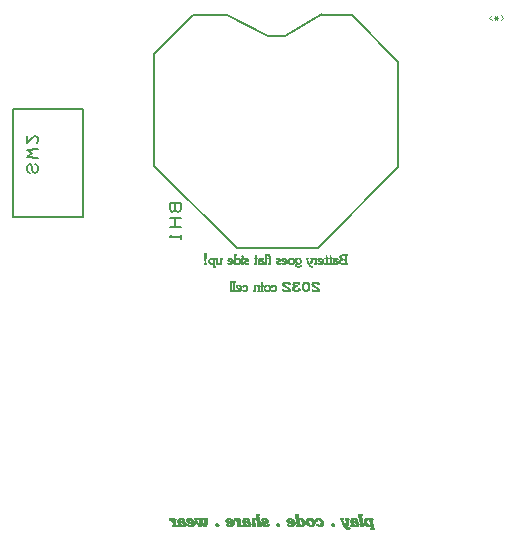
<source format=gbr>
%FSLAX23Y23*%
%MOIN*%
G04 EasyPC Gerber Version 17.0 Build 3379 *
%ADD24C,0.00100*%
%ADD21C,0.00500*%
X0Y0D02*
D02*
D21*
X353Y1283D02*
Y1642D01*
X585*
Y1283*
X353*
X408Y1428D02*
X402Y1431D01*
X398Y1438*
Y1450*
X402Y1456*
X408Y1460*
X414Y1456*
X417Y1450*
Y1438*
X420Y1431*
X427Y1428*
X433Y1431*
X436Y1438*
Y1450*
X433Y1456*
X427Y1460*
X436Y1478D02*
X398Y1481D01*
X417Y1494*
X398Y1506*
X436Y1510*
X398Y1553D02*
Y1528D01*
X420Y1550*
X427Y1553*
X433Y1550*
X436Y1544*
Y1535*
X433Y1528*
X893Y1307D02*
X897Y1301D01*
X903Y1298*
X909Y1301*
X912Y1307*
Y1329*
X875*
Y1307*
X878Y1301*
X884Y1298*
X890Y1301*
X893Y1307*
Y1329*
X912Y1279D02*
X875D01*
X893D02*
Y1248D01*
X912D02*
X875D01*
X912Y1223D02*
Y1210D01*
Y1216D02*
X875D01*
X881Y1223*
X1637Y1800D02*
X1482Y1955D01*
X1382*
Y1959*
X1258Y1884*
X1202*
X1067Y1954*
X952*
X824Y1826*
Y1453*
X1098Y1179*
X1369*
X1637Y1447*
Y1800*
D02*
D24*
X1464Y1125D02*
X1465D01*
X1466Y1126*
X1464Y1127*
X1463Y1128*
Y1129*
Y1154*
X1464Y1155*
X1465Y1156*
X1466Y1156*
X1465Y1157*
X1463*
X1450*
X1447Y1156*
X1444Y1156*
X1442Y1153*
X1441Y1150*
X1442Y1148*
X1443Y1146*
X1448Y1143*
X1445Y1141*
X1442Y1140*
X1439Y1137*
X1439Y1134*
X1439Y1130*
X1442Y1127*
X1446Y1126*
X1451Y1125*
X1464*
X1459Y1141D02*
X1456Y1142D01*
X1453Y1143*
X1451Y1144*
X1448Y1145*
X1446Y1147*
X1445Y1150*
X1446Y1153*
X1448Y1154*
X1450Y1155*
X1454*
X1457*
X1458Y1154*
X1459Y1153*
Y1151*
Y1141*
Y1131D02*
Y1129D01*
X1458Y1128*
X1457Y1127*
X1454*
X1450*
X1447Y1129*
X1444Y1131*
X1443Y1134*
X1444Y1136*
X1445Y1138*
X1451Y1141*
X1459Y1139*
Y1131*
X1418Y1130D02*
Y1128D01*
Y1127*
X1417Y1126*
X1416Y1126*
Y1125*
X1418*
X1420*
X1421Y1126*
X1421Y1127*
Y1128*
X1424Y1125*
X1428Y1124*
X1431*
X1434Y1126*
X1436Y1128*
X1436Y1130*
X1435Y1134*
X1432Y1136*
X1429Y1138*
X1424Y1138*
X1421*
X1422Y1141*
X1424Y1142*
X1427Y1144*
X1432Y1142*
X1433Y1141*
X1435Y1143*
X1434Y1144*
X1433Y1144*
X1428Y1146*
X1424Y1145*
X1421Y1144*
X1419Y1141*
X1418Y1137*
Y1130*
X1424Y1136D02*
X1427D01*
X1431Y1134*
X1433Y1130*
X1431Y1128*
X1428Y1126*
X1425*
X1423Y1128*
X1422Y1130*
X1421Y1132*
Y1136*
X1424*
X1409Y1130D02*
X1408Y1128D01*
X1406Y1127*
X1403Y1126*
Y1126*
Y1125*
X1404*
X1410*
X1412Y1126*
Y1127*
Y1144*
X1413*
X1415*
X1415Y1145*
X1414Y1146*
X1412*
X1412Y1147*
X1411Y1151*
Y1153*
X1410Y1153*
X1409Y1154*
X1409Y1153*
Y1152*
Y1146*
X1405*
X1403*
Y1145*
Y1144*
X1405*
X1409*
Y1130*
X1395D02*
X1394Y1128D01*
X1392Y1127*
X1390Y1126*
Y1126*
Y1125*
X1391*
X1397*
X1398Y1126*
Y1127*
Y1144*
X1400*
X1401*
X1402Y1145*
X1400Y1146*
X1399*
X1398Y1147*
X1397Y1151*
Y1153*
X1397Y1153*
X1396Y1154*
X1395Y1153*
Y1152*
Y1146*
X1391*
X1390*
Y1145*
Y1144*
X1391*
X1395*
Y1130*
X1383Y1132D02*
X1382Y1130D01*
X1381Y1128*
X1379Y1126*
X1376*
X1373Y1127*
X1370Y1129*
X1368Y1130*
X1367Y1129*
X1368Y1128*
X1370Y1126*
X1373Y1125*
X1376Y1124*
X1381Y1125*
X1384Y1127*
X1386Y1130*
X1387Y1134*
Y1137*
X1385Y1140*
X1381Y1144*
X1379Y1145*
X1375Y1146*
X1370Y1144*
X1369Y1143*
X1368Y1140*
X1370Y1137*
X1373Y1134*
X1377Y1133*
X1382Y1132*
X1383*
X1384Y1134D02*
X1378Y1135D01*
X1374Y1136*
X1372Y1138*
X1371Y1140*
X1373Y1143*
X1376Y1144*
X1379Y1143*
X1382Y1141*
X1383Y1138*
X1384Y1134*
X1359Y1129D02*
X1358Y1127D01*
X1358*
X1357Y1126*
X1358Y1125*
X1363*
X1364*
X1364Y1126*
X1364Y1126*
X1362Y1127*
Y1129*
Y1139*
X1363Y1141*
X1364Y1142*
X1365Y1143*
X1364Y1144*
X1361Y1146*
X1360Y1144*
X1359Y1141*
X1357Y1144*
X1355Y1145*
X1354Y1146*
X1352Y1145*
X1351Y1144*
X1352Y1142*
X1352Y1141*
X1353Y1142*
X1355Y1143*
X1356Y1142*
X1358Y1140*
X1359Y1135*
Y1129*
X1349Y1141D02*
X1350Y1144D01*
X1351Y1145*
X1349Y1146*
X1345*
X1344Y1145*
X1345Y1144*
X1346Y1144*
Y1141*
Y1138*
X1344Y1133*
X1342Y1129*
X1340Y1129*
X1340Y1128*
X1337Y1129*
X1336Y1132*
X1334Y1137*
Y1141*
Y1144*
X1336Y1144*
X1337Y1145*
X1335Y1146*
X1331*
X1331Y1145*
Y1144*
X1331Y1142*
X1332Y1138*
X1334Y1132*
X1337Y1125*
X1342Y1118*
X1344Y1117*
X1347Y1116*
X1349Y1117*
X1350Y1117*
X1349Y1119*
X1349*
X1347*
X1346*
X1344Y1120*
X1342Y1121*
X1340Y1124*
X1339Y1126*
X1341Y1126*
X1344Y1127*
X1346Y1130*
X1348Y1135*
X1349Y1140*
X1349Y1141*
X1297Y1143D02*
X1295Y1140D01*
X1294Y1135*
X1295Y1131*
X1298Y1128*
X1295Y1126*
X1293Y1122*
X1294Y1119*
X1297Y1117*
X1300Y1116*
X1304*
X1310Y1117*
X1312Y1117*
Y1119*
Y1121*
X1310Y1123*
X1310Y1122*
Y1121*
Y1120*
Y1120*
X1307Y1119*
X1304Y1118*
X1300*
X1298Y1119*
X1297Y1120*
X1296Y1122*
X1297Y1124*
X1300Y1126*
X1304Y1126*
X1307Y1126*
X1310Y1129*
X1312Y1132*
X1313Y1135*
X1311Y1141*
X1308Y1144*
X1303Y1146*
X1295Y1145*
X1293*
X1292Y1144*
X1293Y1144*
X1295Y1143*
X1297*
Y1136D02*
Y1139D01*
X1298Y1141*
X1301Y1144*
X1303*
X1306*
X1308Y1141*
X1309Y1138*
X1310Y1135*
X1309Y1132*
X1308Y1130*
X1306Y1129*
X1304Y1128*
X1301Y1129*
X1298Y1130*
X1298Y1132*
X1297Y1136*
X1268Y1135D02*
X1269Y1131D01*
X1271Y1127*
X1275Y1125*
X1280Y1124*
X1285Y1126*
X1289Y1129*
X1289Y1132*
X1290Y1135*
X1289Y1138*
X1289Y1141*
X1285Y1144*
X1279Y1146*
X1274Y1144*
X1270Y1141*
X1268Y1138*
Y1135*
X1274Y1129D02*
X1272Y1132D01*
X1271Y1135*
X1272Y1138*
X1274Y1141*
X1276Y1143*
X1280Y1144*
X1283Y1142*
X1286Y1139*
X1287Y1135*
X1286Y1132*
X1285Y1129*
X1283Y1127*
X1280Y1126*
X1276Y1127*
X1274Y1129*
X1262Y1132D02*
X1261Y1130D01*
X1259Y1128*
X1257Y1126*
X1255*
X1251Y1127*
X1248Y1129*
X1247Y1130*
X1246Y1129*
X1247Y1128*
X1249Y1126*
X1252Y1125*
X1255Y1124*
X1259Y1125*
X1262Y1127*
X1265Y1130*
X1265Y1134*
Y1137*
X1264Y1140*
X1259Y1144*
X1257Y1145*
X1253Y1146*
X1249Y1144*
X1247Y1143*
X1247Y1140*
X1248Y1137*
X1252Y1134*
X1256Y1133*
X1261Y1132*
X1262*
X1262Y1134D02*
X1256Y1135D01*
X1253Y1136*
X1250Y1138*
X1250Y1140*
X1251Y1143*
X1254Y1144*
X1257Y1143*
X1260Y1141*
X1262Y1138*
X1262Y1134*
X1235Y1137D02*
X1232Y1136D01*
X1230Y1135*
X1229Y1133*
X1229Y1132*
X1230Y1127*
X1233Y1125*
X1237Y1124*
X1239*
X1242Y1126*
X1244Y1127*
X1244Y1129*
Y1129*
X1243Y1130*
X1241Y1129*
X1239Y1127*
X1236Y1126*
X1233Y1127*
X1232Y1129*
X1232Y1130*
X1232Y1132*
X1233Y1132*
X1235Y1133*
X1238Y1134*
X1240Y1135*
X1242Y1135*
X1243Y1137*
X1244Y1140*
X1243Y1142*
X1241Y1144*
X1239Y1145*
X1236Y1146*
X1231Y1144*
X1229Y1143*
X1230Y1141*
Y1141*
X1232Y1141*
X1234Y1143*
X1237Y1144*
X1240Y1143*
X1241Y1141*
X1240Y1139*
X1237Y1138*
X1235Y1137*
X1205Y1130D02*
Y1129D01*
Y1127*
X1203*
X1202Y1126*
X1203Y1125*
X1204*
X1208*
X1210*
Y1126*
X1209Y1127*
X1208*
X1208Y1128*
Y1130*
Y1144*
X1208*
X1211*
X1211Y1145*
X1211Y1146*
X1209*
X1208*
Y1151*
X1207Y1154*
X1205Y1158*
X1202Y1159*
X1200Y1159*
X1199Y1157*
Y1156*
X1201Y1155*
X1202Y1156*
X1203Y1156*
X1204Y1155*
X1205Y1151*
Y1146*
X1202*
X1200*
Y1144*
X1201Y1144*
X1202*
X1205*
Y1130*
X1195Y1154D02*
Y1155D01*
X1196Y1156*
X1197Y1156*
X1196Y1157*
X1194Y1158*
X1193Y1159*
X1192Y1158*
Y1157*
Y1130*
Y1128*
X1191Y1127*
X1190*
X1190Y1126*
Y1125*
X1191*
X1196*
X1197Y1126*
X1196Y1127*
X1196*
X1195Y1128*
Y1130*
Y1154*
X1170Y1130D02*
Y1128D01*
Y1127*
X1169Y1126*
X1168Y1126*
Y1125*
X1169*
X1172*
X1172Y1126*
X1173Y1127*
Y1128*
X1176Y1125*
X1180Y1124*
X1183*
X1186Y1126*
X1187Y1128*
X1188Y1130*
X1187Y1134*
X1184Y1136*
X1181Y1138*
X1176Y1138*
X1173*
X1174Y1141*
X1175Y1142*
X1179Y1144*
X1184Y1142*
X1185Y1141*
X1187Y1143*
X1186Y1144*
X1185Y1144*
X1180Y1146*
X1176Y1145*
X1173Y1144*
X1171Y1141*
X1170Y1137*
Y1130*
X1175Y1136D02*
X1179D01*
X1183Y1134*
X1184Y1130*
X1183Y1128*
X1180Y1126*
X1177*
X1175Y1128*
X1174Y1130*
X1173Y1132*
Y1136*
X1175*
X1160Y1130D02*
X1160Y1128D01*
X1157Y1127*
X1155Y1126*
Y1126*
Y1125*
X1156*
X1162*
X1163Y1126*
Y1127*
Y1144*
X1165*
X1166*
X1167Y1145*
X1166Y1146*
X1164*
X1163Y1147*
X1163Y1151*
Y1153*
X1162Y1153*
X1161Y1154*
X1160Y1153*
Y1152*
Y1146*
X1157*
X1155*
Y1145*
Y1144*
X1157*
X1160*
Y1130*
X1127Y1137D02*
X1125Y1136D01*
X1123Y1135*
X1122Y1133*
X1121Y1132*
X1123Y1127*
X1126Y1125*
X1130Y1124*
X1132*
X1135Y1126*
X1136Y1127*
X1137Y1129*
Y1129*
X1136Y1130*
X1134Y1129*
X1132Y1127*
X1129Y1126*
X1126Y1127*
X1125Y1129*
X1124Y1130*
X1125Y1132*
X1126Y1132*
X1127Y1133*
X1130Y1134*
X1133Y1135*
X1135Y1135*
X1136Y1137*
X1136Y1140*
X1136Y1142*
X1134Y1144*
X1132Y1145*
X1129Y1146*
X1124Y1144*
X1122Y1143*
X1123Y1141*
Y1141*
X1124Y1141*
X1127Y1143*
X1130Y1144*
X1133Y1143*
X1133Y1141*
X1133Y1139*
X1130Y1138*
X1127Y1137*
X1118Y1152D02*
X1118Y1153D01*
X1116Y1154*
X1115Y1153*
X1114Y1152*
X1115Y1150*
X1116Y1150*
X1118Y1150*
X1118Y1152*
X1118Y1125D02*
X1119Y1126D01*
X1118Y1126*
X1117Y1128*
Y1129*
Y1139*
Y1141*
Y1141*
X1118Y1142*
X1120Y1143*
X1119Y1144*
X1118Y1144*
X1117Y1145*
X1115Y1146*
X1115Y1145*
X1114Y1144*
Y1141*
Y1139*
Y1130*
Y1129*
Y1127*
X1112Y1126*
X1112Y1126*
Y1125*
X1113*
X1118*
X1094Y1154D02*
Y1155D01*
X1095Y1156*
X1096Y1156*
X1095Y1157*
X1093Y1158*
X1091Y1159*
X1091Y1158*
Y1157*
Y1128*
X1090Y1126*
X1089*
X1088Y1126*
X1089Y1125*
X1090*
X1093*
Y1126*
X1094Y1127*
X1097Y1125*
X1100Y1124*
X1105Y1126*
X1108Y1129*
X1109Y1135*
X1108Y1140*
X1105Y1144*
X1102Y1145*
X1099Y1146*
X1097Y1145*
X1094Y1144*
Y1154*
Y1141D02*
X1097Y1143D01*
X1099Y1144*
X1102Y1143*
X1104Y1141*
X1106Y1138*
X1106Y1135*
X1106Y1132*
X1105Y1129*
X1103Y1127*
X1100Y1126*
X1097Y1127*
X1094Y1128*
X1094Y1131*
Y1141*
X1082Y1132D02*
X1082Y1130D01*
X1080Y1128*
X1078Y1126*
X1076*
X1072Y1127*
X1069Y1129*
X1067Y1130*
X1067Y1129*
X1067Y1128*
X1070Y1126*
X1073Y1125*
X1076Y1124*
X1080Y1125*
X1083Y1127*
X1085Y1130*
X1086Y1134*
Y1137*
X1085Y1140*
X1080Y1144*
X1078Y1145*
X1074Y1146*
X1070Y1144*
X1068Y1143*
X1067Y1140*
X1069Y1137*
X1073Y1134*
X1076Y1133*
X1082Y1132*
X1082*
X1083Y1134D02*
X1077Y1135D01*
X1073Y1136*
X1071Y1138*
X1070Y1140*
X1072Y1143*
X1075Y1144*
X1078Y1143*
X1081Y1141*
X1082Y1138*
X1083Y1134*
X1047Y1139D02*
Y1142D01*
X1049Y1144*
X1049Y1144*
X1048Y1145*
X1046Y1146*
X1044Y1145*
Y1144*
Y1132*
Y1130*
X1043Y1129*
X1042Y1127*
X1040Y1126*
X1037Y1127*
X1034Y1129*
X1033Y1130*
Y1132*
Y1140*
Y1142*
X1034Y1144*
Y1144*
X1034Y1145*
X1031Y1146*
X1030Y1145*
Y1143*
Y1130*
Y1129*
Y1127*
X1028Y1126*
X1028Y1126*
Y1125*
X1028*
X1031*
X1032Y1126*
X1033Y1128*
X1036Y1125*
X1040Y1124*
X1043Y1125*
X1046Y1126*
X1046Y1129*
X1047Y1132*
Y1139*
X1020Y1121D02*
Y1120D01*
X1019Y1118*
X1019*
X1018Y1117*
X1019Y1116*
X1024*
X1025*
Y1117*
X1025Y1118*
X1023Y1119*
Y1121*
Y1139*
Y1141*
X1025Y1143*
X1026Y1144*
Y1144*
X1025Y1145*
X1022Y1146*
X1021Y1145*
X1020Y1142*
X1016Y1145*
X1013Y1146*
X1009Y1145*
X1006Y1143*
X1004Y1139*
X1004Y1135*
X1004Y1131*
X1006Y1128*
X1010Y1125*
X1014Y1124*
X1017Y1125*
X1019Y1126*
Y1126*
Y1127*
X1018*
X1017*
X1013Y1126*
X1010Y1127*
X1008Y1129*
X1007Y1132*
X1007Y1135*
Y1138*
X1008Y1141*
X1010Y1143*
X1013Y1144*
X1016Y1143*
X1018Y1142*
X1019Y1140*
X1020Y1137*
Y1121*
X992Y1125D02*
X995Y1126D01*
X995Y1128*
X995Y1130*
X992Y1132*
X990Y1130*
X989Y1128*
X990Y1126*
X992Y1125*
Y1135D02*
X993Y1135D01*
Y1138*
X994Y1143*
X995Y1148*
X995Y1158*
X995Y1161*
X992Y1162*
X990Y1161*
X989Y1158*
X990Y1148*
X991Y1143*
Y1138*
X992Y1135*
X992Y1135*
X1018Y1116D02*
X1025D01*
X1299D02*
X1307D01*
X1346D02*
X1348D01*
X1018Y1117D02*
X1025D01*
X1297D02*
X1311D01*
X1343D02*
X1350D01*
X1019Y1118D02*
X1025D01*
X1295D02*
X1300D01*
X1304D02*
X1312D01*
X1342D02*
X1350D01*
X1020Y1119D02*
X1023D01*
X1294D02*
X1298D01*
X1308D02*
X1312D01*
X1341D02*
X1345D01*
X1020Y1120D02*
X1023D01*
X1294D02*
X1297D01*
X1310D02*
X1312D01*
X1341D02*
X1344D01*
X1020Y1121D02*
X1023D01*
X1293D02*
X1297D01*
X1310D02*
X1312D01*
X1340D02*
X1342D01*
X1020Y1122D02*
X1023D01*
X1293D02*
X1296D01*
X1310D02*
X1311D01*
X1339D02*
X1341D01*
X1020Y1123D02*
X1023D01*
X1294D02*
X1296D01*
X1339D02*
X1341D01*
X1020Y1124D02*
X1023D01*
X1294D02*
X1297D01*
X1338D02*
X1340D01*
X1011Y1125D02*
X1016D01*
X1020D02*
X1023D01*
X1037D02*
X1043D01*
X1073D02*
X1079D01*
X1098D02*
X1102D01*
X1127D02*
X1133D01*
X1177D02*
X1184D01*
X1234D02*
X1240D01*
X1253D02*
X1258D01*
X1276D02*
X1282D01*
X1294D02*
X1298D01*
X1338D02*
X1339D01*
X1374D02*
X1380D01*
X1425D02*
X1432D01*
X990Y1126D02*
X995D01*
X1009D02*
X1019D01*
X1020D02*
X1023D01*
X1028D02*
X1032D01*
X1035D02*
X1045D01*
X1071D02*
X1081D01*
X1088D02*
X1093D01*
X1096D02*
X1105D01*
X1112D02*
X1119D01*
X1125D02*
X1135D01*
X1155D02*
X1163D01*
X1168D02*
X1172D01*
X1175D02*
X1186D01*
X1190D02*
X1197D01*
X1202D02*
X1210D01*
X1232D02*
X1242D01*
X1250D02*
X1260D01*
X1274D02*
X1285D01*
X1295D02*
X1299D01*
X1304D02*
X1304D01*
X1337D02*
X1339D01*
X1341D02*
X1341D01*
X1357D02*
X1364D01*
X1372D02*
X1382D01*
X1390D02*
X1398D01*
X1403D02*
X1412D01*
X1416D02*
X1421D01*
X1424D02*
X1434D01*
X1446D02*
X1466D01*
X990Y1127D02*
X995D01*
X1008D02*
X1013D01*
X1014D02*
X1019D01*
X1020D02*
X1023D01*
X1029D02*
X1032D01*
X1034D02*
X1039D01*
X1040D02*
X1046D01*
X1069D02*
X1075D01*
X1078D02*
X1082D01*
X1090D02*
X1093D01*
X1094D02*
X1099D01*
X1100D02*
X1106D01*
X1113D02*
X1118D01*
X1124D02*
X1128D01*
X1130D02*
X1136D01*
X1156D02*
X1163D01*
X1169D02*
X1173D01*
X1174D02*
X1177D01*
X1180D02*
X1187D01*
X1190D02*
X1197D01*
X1203D02*
X1209D01*
X1231D02*
X1235D01*
X1237D02*
X1243D01*
X1249D02*
X1254D01*
X1257D02*
X1262D01*
X1272D02*
X1279D01*
X1280D02*
X1286D01*
X1296D02*
X1308D01*
X1336D02*
X1343D01*
X1357D02*
X1363D01*
X1370D02*
X1376D01*
X1379D02*
X1383D01*
X1390D02*
X1398D01*
X1404D02*
X1412D01*
X1417D02*
X1421D01*
X1423D02*
X1425D01*
X1429D02*
X1435D01*
X1444D02*
X1465D01*
X990Y1128D02*
X995D01*
X1006D02*
X1010D01*
X1020D02*
X1023D01*
X1030D02*
X1033D01*
X1033D02*
X1036D01*
X1042D02*
X1046D01*
X1068D02*
X1071D01*
X1080D02*
X1083D01*
X1090D02*
X1096D01*
X1103D02*
X1106D01*
X1114D02*
X1117D01*
X1123D02*
X1126D01*
X1132D02*
X1137D01*
X1158D02*
X1163D01*
X1170D02*
X1173D01*
X1174D02*
X1175D01*
X1182D02*
X1187D01*
X1192D02*
X1195D01*
X1205D02*
X1208D01*
X1230D02*
X1233D01*
X1240D02*
X1244D01*
X1247D02*
X1250D01*
X1259D02*
X1263D01*
X1271D02*
X1276D01*
X1283D02*
X1287D01*
X1297D02*
X1309D01*
X1336D02*
X1344D01*
X1359D02*
X1362D01*
X1369D02*
X1372D01*
X1380D02*
X1384D01*
X1393D02*
X1398D01*
X1407D02*
X1412D01*
X1418D02*
X1421D01*
X1422D02*
X1423D01*
X1430D02*
X1435D01*
X1442D02*
X1449D01*
X1457D02*
X1463D01*
X990Y1128D02*
X995D01*
X1006D02*
X1008D01*
X1020D02*
X1023D01*
X1030D02*
X1034D01*
X1043D02*
X1046D01*
X1067D02*
X1069D01*
X1081D02*
X1084D01*
X1091D02*
X1094D01*
X1105D02*
X1107D01*
X1114D02*
X1117D01*
X1122D02*
X1125D01*
X1134D02*
X1137D01*
X1160D02*
X1163D01*
X1170D02*
X1174D01*
X1183D02*
X1188D01*
X1192D02*
X1195D01*
X1205D02*
X1208D01*
X1230D02*
X1233D01*
X1241D02*
X1244D01*
X1246D02*
X1249D01*
X1260D02*
X1263D01*
X1271D02*
X1275D01*
X1285D02*
X1288D01*
X1297D02*
X1301D01*
X1305D02*
X1310D01*
X1335D02*
X1339D01*
X1340D02*
X1345D01*
X1359D02*
X1362D01*
X1368D02*
X1370D01*
X1381D02*
X1385D01*
X1395D02*
X1398D01*
X1408D02*
X1412D01*
X1418D02*
X1423D01*
X1432D02*
X1436D01*
X1441D02*
X1447D01*
X1459D02*
X1463D01*
X990Y1129D02*
X995D01*
X1005D02*
X1008D01*
X1020D02*
X1023D01*
X1030D02*
X1033D01*
X1044D02*
X1047D01*
X1067D02*
X1068D01*
X1081D02*
X1085D01*
X1091D02*
X1094D01*
X1105D02*
X1108D01*
X1114D02*
X1117D01*
X1122D02*
X1125D01*
X1135D02*
X1137D01*
X1160D02*
X1163D01*
X1170D02*
X1174D01*
X1184D02*
X1188D01*
X1192D02*
X1195D01*
X1205D02*
X1208D01*
X1229D02*
X1232D01*
X1242D02*
X1244D01*
X1246D02*
X1247D01*
X1260D02*
X1264D01*
X1270D02*
X1274D01*
X1285D02*
X1289D01*
X1296D02*
X1300D01*
X1307D02*
X1311D01*
X1335D02*
X1337D01*
X1342D02*
X1346D01*
X1359D02*
X1362D01*
X1367D02*
X1369D01*
X1382D02*
X1386D01*
X1395D02*
X1398D01*
X1408D02*
X1412D01*
X1418D02*
X1422D01*
X1432D02*
X1436D01*
X1440D02*
X1446D01*
X1459D02*
X1463D01*
X990Y1130D02*
X994D01*
X1005D02*
X1008D01*
X1020D02*
X1023D01*
X1030D02*
X1033D01*
X1044D02*
X1047D01*
X1082D02*
X1085D01*
X1091D02*
X1094D01*
X1105D02*
X1108D01*
X1114D02*
X1117D01*
X1122D02*
X1124D01*
X1160D02*
X1163D01*
X1170D02*
X1174D01*
X1184D02*
X1188D01*
X1192D02*
X1195D01*
X1205D02*
X1208D01*
X1229D02*
X1232D01*
X1261D02*
X1265D01*
X1270D02*
X1273D01*
X1286D02*
X1289D01*
X1295D02*
X1298D01*
X1308D02*
X1311D01*
X1334D02*
X1337D01*
X1342D02*
X1346D01*
X1359D02*
X1362D01*
X1382D02*
X1386D01*
X1395D02*
X1398D01*
X1409D02*
X1412D01*
X1418D02*
X1422D01*
X1433D02*
X1436D01*
X1439D02*
X1445D01*
X1459D02*
X1463D01*
X992Y1131D02*
X993D01*
X1004D02*
X1008D01*
X1020D02*
X1023D01*
X1030D02*
X1033D01*
X1044D02*
X1047D01*
X1082D02*
X1086D01*
X1091D02*
X1094D01*
X1106D02*
X1108D01*
X1114D02*
X1117D01*
X1122D02*
X1125D01*
X1160D02*
X1163D01*
X1170D02*
X1174D01*
X1184D02*
X1188D01*
X1192D02*
X1195D01*
X1205D02*
X1208D01*
X1229D02*
X1232D01*
X1261D02*
X1265D01*
X1269D02*
X1272D01*
X1286D02*
X1289D01*
X1295D02*
X1298D01*
X1309D02*
X1312D01*
X1334D02*
X1336D01*
X1343D02*
X1347D01*
X1359D02*
X1362D01*
X1383D02*
X1386D01*
X1395D02*
X1398D01*
X1409D02*
X1412D01*
X1418D02*
X1422D01*
X1432D02*
X1436D01*
X1439D02*
X1444D01*
X1459D02*
X1463D01*
X1004Y1132D02*
X1007D01*
X1020D02*
X1023D01*
X1030D02*
X1033D01*
X1044D02*
X1047D01*
X1082D02*
X1086D01*
X1091D02*
X1094D01*
X1106D02*
X1109D01*
X1114D02*
X1117D01*
X1122D02*
X1126D01*
X1160D02*
X1163D01*
X1170D02*
X1173D01*
X1184D02*
X1187D01*
X1192D02*
X1195D01*
X1205D02*
X1208D01*
X1229D02*
X1233D01*
X1262D02*
X1265D01*
X1269D02*
X1272D01*
X1287D02*
X1289D01*
X1294D02*
X1298D01*
X1309D02*
X1312D01*
X1334D02*
X1336D01*
X1344D02*
X1347D01*
X1359D02*
X1362D01*
X1383D02*
X1387D01*
X1395D02*
X1398D01*
X1409D02*
X1412D01*
X1418D02*
X1421D01*
X1432D02*
X1436D01*
X1439D02*
X1444D01*
X1459D02*
X1463D01*
X1004Y1133D02*
X1007D01*
X1020D02*
X1023D01*
X1030D02*
X1033D01*
X1044D02*
X1047D01*
X1076D02*
X1086D01*
X1091D02*
X1094D01*
X1106D02*
X1109D01*
X1114D02*
X1117D01*
X1122D02*
X1127D01*
X1160D02*
X1163D01*
X1170D02*
X1173D01*
X1183D02*
X1187D01*
X1192D02*
X1195D01*
X1205D02*
X1208D01*
X1229D02*
X1235D01*
X1256D02*
X1265D01*
X1269D02*
X1272D01*
X1287D02*
X1290D01*
X1294D02*
X1298D01*
X1309D02*
X1312D01*
X1333D02*
X1336D01*
X1344D02*
X1347D01*
X1359D02*
X1362D01*
X1377D02*
X1387D01*
X1395D02*
X1398D01*
X1409D02*
X1412D01*
X1418D02*
X1421D01*
X1431D02*
X1435D01*
X1439D02*
X1443D01*
X1459D02*
X1463D01*
X1004Y1134D02*
X1007D01*
X1020D02*
X1023D01*
X1030D02*
X1033D01*
X1044D02*
X1047D01*
X1072D02*
X1082D01*
X1083D02*
X1086D01*
X1091D02*
X1094D01*
X1106D02*
X1109D01*
X1114D02*
X1117D01*
X1122D02*
X1131D01*
X1160D02*
X1163D01*
X1170D02*
X1173D01*
X1183D02*
X1186D01*
X1192D02*
X1195D01*
X1205D02*
X1208D01*
X1230D02*
X1238D01*
X1252D02*
X1261D01*
X1262D02*
X1265D01*
X1269D02*
X1272D01*
X1287D02*
X1290D01*
X1294D02*
X1297D01*
X1309D02*
X1312D01*
X1333D02*
X1335D01*
X1344D02*
X1348D01*
X1359D02*
X1362D01*
X1373D02*
X1383D01*
X1384D02*
X1387D01*
X1395D02*
X1398D01*
X1409D02*
X1412D01*
X1418D02*
X1421D01*
X1431D02*
X1435D01*
X1439D02*
X1443D01*
X1459D02*
X1463D01*
X992Y1135D02*
X993D01*
X1004D02*
X1007D01*
X1020D02*
X1023D01*
X1030D02*
X1033D01*
X1044D02*
X1047D01*
X1071D02*
X1076D01*
X1083D02*
X1086D01*
X1091D02*
X1094D01*
X1106D02*
X1109D01*
X1114D02*
X1117D01*
X1123D02*
X1134D01*
X1160D02*
X1163D01*
X1170D02*
X1173D01*
X1181D02*
X1185D01*
X1192D02*
X1195D01*
X1205D02*
X1208D01*
X1230D02*
X1241D01*
X1251D02*
X1256D01*
X1262D02*
X1265D01*
X1268D02*
X1271D01*
X1287D02*
X1290D01*
X1294D02*
X1297D01*
X1310D02*
X1313D01*
X1333D02*
X1335D01*
X1345D02*
X1348D01*
X1359D02*
X1362D01*
X1372D02*
X1377D01*
X1384D02*
X1387D01*
X1395D02*
X1398D01*
X1409D02*
X1412D01*
X1418D02*
X1421D01*
X1429D02*
X1433D01*
X1439D02*
X1444D01*
X1459D02*
X1463D01*
X992Y1136D02*
X993D01*
X1004D02*
X1007D01*
X1020D02*
X1023D01*
X1030D02*
X1033D01*
X1044D02*
X1047D01*
X1070D02*
X1074D01*
X1083D02*
X1086D01*
X1091D02*
X1094D01*
X1106D02*
X1109D01*
X1114D02*
X1117D01*
X1125D02*
X1135D01*
X1160D02*
X1163D01*
X1170D02*
X1173D01*
X1179D02*
X1184D01*
X1192D02*
X1195D01*
X1205D02*
X1208D01*
X1232D02*
X1242D01*
X1249D02*
X1253D01*
X1262D02*
X1265D01*
X1268D02*
X1272D01*
X1287D02*
X1290D01*
X1294D02*
X1297D01*
X1310D02*
X1312D01*
X1333D02*
X1335D01*
X1345D02*
X1348D01*
X1359D02*
X1362D01*
X1371D02*
X1375D01*
X1383D02*
X1387D01*
X1395D02*
X1398D01*
X1409D02*
X1412D01*
X1418D02*
X1421D01*
X1428D02*
X1432D01*
X1439D02*
X1444D01*
X1459D02*
X1463D01*
X991Y1137D02*
X993D01*
X1004D02*
X1007D01*
X1020D02*
X1023D01*
X1030D02*
X1033D01*
X1044D02*
X1047D01*
X1069D02*
X1072D01*
X1083D02*
X1086D01*
X1091D02*
X1094D01*
X1106D02*
X1109D01*
X1114D02*
X1117D01*
X1127D02*
X1136D01*
X1160D02*
X1163D01*
X1170D02*
X1182D01*
X1192D02*
X1195D01*
X1205D02*
X1208D01*
X1235D02*
X1243D01*
X1248D02*
X1252D01*
X1262D02*
X1265D01*
X1268D02*
X1272D01*
X1287D02*
X1290D01*
X1294D02*
X1297D01*
X1309D02*
X1312D01*
X1332D02*
X1334D01*
X1345D02*
X1348D01*
X1359D02*
X1362D01*
X1370D02*
X1373D01*
X1383D02*
X1387D01*
X1395D02*
X1398D01*
X1409D02*
X1412D01*
X1418D02*
X1430D01*
X1439D02*
X1444D01*
X1459D02*
X1463D01*
X991Y1138D02*
X993D01*
X1004D02*
X1007D01*
X1020D02*
X1023D01*
X1030D02*
X1033D01*
X1044D02*
X1047D01*
X1068D02*
X1071D01*
X1082D02*
X1086D01*
X1091D02*
X1094D01*
X1106D02*
X1108D01*
X1114D02*
X1117D01*
X1130D02*
X1136D01*
X1160D02*
X1163D01*
X1170D02*
X1180D01*
X1192D02*
X1195D01*
X1205D02*
X1208D01*
X1237D02*
X1243D01*
X1248D02*
X1250D01*
X1262D02*
X1265D01*
X1268D02*
X1272D01*
X1287D02*
X1289D01*
X1294D02*
X1297D01*
X1309D02*
X1312D01*
X1332D02*
X1334D01*
X1346D02*
X1348D01*
X1358D02*
X1362D01*
X1369D02*
X1372D01*
X1383D02*
X1386D01*
X1395D02*
X1398D01*
X1409D02*
X1412D01*
X1419D02*
X1428D01*
X1440D02*
X1445D01*
X1459D02*
X1463D01*
X991Y1139D02*
X993D01*
X1004D02*
X1007D01*
X1020D02*
X1023D01*
X1030D02*
X1033D01*
X1044D02*
X1047D01*
X1068D02*
X1071D01*
X1082D02*
X1085D01*
X1091D02*
X1094D01*
X1105D02*
X1108D01*
X1114D02*
X1117D01*
X1132D02*
X1136D01*
X1160D02*
X1163D01*
X1171D02*
X1173D01*
X1192D02*
X1195D01*
X1205D02*
X1208D01*
X1239D02*
X1243D01*
X1247D02*
X1250D01*
X1261D02*
X1264D01*
X1269D02*
X1272D01*
X1286D02*
X1289D01*
X1294D02*
X1297D01*
X1309D02*
X1312D01*
X1332D02*
X1334D01*
X1346D02*
X1348D01*
X1358D02*
X1362D01*
X1369D02*
X1372D01*
X1383D02*
X1386D01*
X1395D02*
X1398D01*
X1409D02*
X1412D01*
X1419D02*
X1422D01*
X1441D02*
X1446D01*
X1459D02*
X1463D01*
X991Y1140D02*
X993D01*
X1005D02*
X1007D01*
X1019D02*
X1023D01*
X1030D02*
X1033D01*
X1044D02*
X1047D01*
X1068D02*
X1070D01*
X1081D02*
X1085D01*
X1091D02*
X1094D01*
X1105D02*
X1108D01*
X1114D02*
X1117D01*
X1133D02*
X1136D01*
X1160D02*
X1163D01*
X1171D02*
X1174D01*
X1192D02*
X1195D01*
X1205D02*
X1208D01*
X1240D02*
X1244D01*
X1247D02*
X1250D01*
X1261D02*
X1264D01*
X1269D02*
X1273D01*
X1286D02*
X1289D01*
X1295D02*
X1297D01*
X1309D02*
X1311D01*
X1332D02*
X1334D01*
X1346D02*
X1349D01*
X1358D02*
X1362D01*
X1368D02*
X1371D01*
X1382D02*
X1386D01*
X1395D02*
X1398D01*
X1409D02*
X1412D01*
X1419D02*
X1422D01*
X1441D02*
X1448D01*
X1457D02*
X1463D01*
X991Y1141D02*
X994D01*
X1005D02*
X1008D01*
X1019D02*
X1023D01*
X1030D02*
X1033D01*
X1044D02*
X1047D01*
X1068D02*
X1071D01*
X1081D02*
X1084D01*
X1091D02*
X1094D01*
X1104D02*
X1107D01*
X1114D02*
X1117D01*
X1133D02*
X1136D01*
X1160D02*
X1163D01*
X1171D02*
X1174D01*
X1192D02*
X1195D01*
X1205D02*
X1208D01*
X1241D02*
X1243D01*
X1247D02*
X1250D01*
X1260D02*
X1263D01*
X1270D02*
X1273D01*
X1285D02*
X1289D01*
X1295D02*
X1298D01*
X1308D02*
X1311D01*
X1332D02*
X1334D01*
X1346D02*
X1349D01*
X1357D02*
X1363D01*
X1368D02*
X1372D01*
X1382D02*
X1385D01*
X1395D02*
X1398D01*
X1409D02*
X1412D01*
X1419D02*
X1422D01*
X1443D02*
X1450D01*
X1454D02*
X1463D01*
X991Y1142D02*
X994D01*
X1005D02*
X1008D01*
X1018D02*
X1023D01*
X1030D02*
X1033D01*
X1044D02*
X1047D01*
X1068D02*
X1071D01*
X1080D02*
X1083D01*
X1091D02*
X1094D01*
X1103D02*
X1107D01*
X1114D02*
X1117D01*
X1123D02*
X1125D01*
X1133D02*
X1136D01*
X1160D02*
X1163D01*
X1172D02*
X1175D01*
X1185D02*
X1185D01*
X1192D02*
X1195D01*
X1205D02*
X1208D01*
X1230D02*
X1232D01*
X1240D02*
X1243D01*
X1247D02*
X1250D01*
X1259D02*
X1262D01*
X1271D02*
X1274D01*
X1284D02*
X1288D01*
X1296D02*
X1299D01*
X1308D02*
X1310D01*
X1332D02*
X1334D01*
X1346D02*
X1349D01*
X1352D02*
X1353D01*
X1357D02*
X1359D01*
X1359D02*
X1363D01*
X1369D02*
X1372D01*
X1380D02*
X1384D01*
X1395D02*
X1398D01*
X1409D02*
X1412D01*
X1420D02*
X1423D01*
X1433D02*
X1434D01*
X1445D02*
X1458D01*
X1459D02*
X1463D01*
X991Y1143D02*
X994D01*
X1006D02*
X1010D01*
X1017D02*
X1020D01*
X1020D02*
X1024D01*
X1030D02*
X1033D01*
X1044D02*
X1048D01*
X1068D02*
X1072D01*
X1078D02*
X1082D01*
X1091D02*
X1096D01*
X1102D02*
X1106D01*
X1114D02*
X1119D01*
X1122D02*
X1126D01*
X1133D02*
X1135D01*
X1160D02*
X1163D01*
X1172D02*
X1176D01*
X1183D02*
X1186D01*
X1192D02*
X1195D01*
X1205D02*
X1208D01*
X1230D02*
X1233D01*
X1240D02*
X1243D01*
X1247D02*
X1251D01*
X1258D02*
X1261D01*
X1272D02*
X1275D01*
X1283D02*
X1287D01*
X1297D02*
X1300D01*
X1307D02*
X1310D01*
X1331D02*
X1334D01*
X1346D02*
X1350D01*
X1351D02*
X1354D01*
X1355D02*
X1358D01*
X1360D02*
X1364D01*
X1369D02*
X1372D01*
X1379D02*
X1383D01*
X1395D02*
X1398D01*
X1409D02*
X1412D01*
X1421D02*
X1425D01*
X1431D02*
X1435D01*
X1447D02*
X1454D01*
X1459D02*
X1463D01*
X991Y1143D02*
X994D01*
X1007D02*
X1013D01*
X1014D02*
X1019D01*
X1020D02*
X1026D01*
X1030D02*
X1034D01*
X1044D02*
X1048D01*
X1069D02*
X1074D01*
X1076D02*
X1081D01*
X1091D02*
X1098D01*
X1100D02*
X1106D01*
X1114D02*
X1119D01*
X1123D02*
X1129D01*
X1130D02*
X1135D01*
X1160D02*
X1163D01*
X1173D02*
X1179D01*
X1180D02*
X1186D01*
X1192D02*
X1195D01*
X1205D02*
X1208D01*
X1230D02*
X1236D01*
X1238D02*
X1242D01*
X1248D02*
X1253D01*
X1255D02*
X1260D01*
X1273D02*
X1279D01*
X1280D02*
X1286D01*
X1294D02*
X1300D01*
X1306D02*
X1309D01*
X1331D02*
X1334D01*
X1346D02*
X1350D01*
X1351D02*
X1357D01*
X1360D02*
X1365D01*
X1369D02*
X1375D01*
X1376D02*
X1382D01*
X1395D02*
X1398D01*
X1409D02*
X1412D01*
X1421D02*
X1427D01*
X1428D02*
X1434D01*
X1447D02*
X1452D01*
X1459D02*
X1463D01*
X991Y1144D02*
X994D01*
X1008D02*
X1017D01*
X1021D02*
X1026D01*
X1030D02*
X1034D01*
X1044D02*
X1049D01*
X1070D02*
X1080D01*
X1091D02*
X1094D01*
X1095D02*
X1105D01*
X1114D02*
X1118D01*
X1124D02*
X1134D01*
X1155D02*
X1167D01*
X1175D02*
X1185D01*
X1192D02*
X1195D01*
X1200D02*
X1211D01*
X1231D02*
X1241D01*
X1249D02*
X1259D01*
X1274D02*
X1285D01*
X1292D02*
X1308D01*
X1331D02*
X1336D01*
X1345D02*
X1350D01*
X1351D02*
X1357D01*
X1360D02*
X1364D01*
X1370D02*
X1381D01*
X1390D02*
X1402D01*
X1403D02*
X1415D01*
X1423D02*
X1433D01*
X1445D02*
X1451D01*
X1459D02*
X1463D01*
X991Y1145D02*
X994D01*
X1010D02*
X1016D01*
X1021D02*
X1024D01*
X1030D02*
X1033D01*
X1044D02*
X1047D01*
X1072D02*
X1077D01*
X1091D02*
X1094D01*
X1097D02*
X1101D01*
X1115D02*
X1117D01*
X1127D02*
X1131D01*
X1155D02*
X1167D01*
X1177D02*
X1182D01*
X1192D02*
X1195D01*
X1200D02*
X1211D01*
X1234D02*
X1238D01*
X1252D02*
X1256D01*
X1277D02*
X1281D01*
X1296D02*
X1305D01*
X1331D02*
X1336D01*
X1344D02*
X1351D01*
X1352D02*
X1355D01*
X1361D02*
X1362D01*
X1373D02*
X1378D01*
X1390D02*
X1402D01*
X1403D02*
X1415D01*
X1425D02*
X1430D01*
X1444D02*
X1448D01*
X1459D02*
X1463D01*
X990Y1146D02*
X994D01*
X1091D02*
X1094D01*
X1160D02*
X1164D01*
X1192D02*
X1195D01*
X1205D02*
X1208D01*
X1395D02*
X1399D01*
X1409D02*
X1412D01*
X1443D02*
X1447D01*
X1459D02*
X1463D01*
X990Y1147D02*
X995D01*
X1091D02*
X1094D01*
X1160D02*
X1163D01*
X1192D02*
X1195D01*
X1205D02*
X1208D01*
X1395D02*
X1398D01*
X1409D02*
X1412D01*
X1442D02*
X1446D01*
X1459D02*
X1463D01*
X990Y1148D02*
X995D01*
X1091D02*
X1094D01*
X1160D02*
X1163D01*
X1192D02*
X1195D01*
X1205D02*
X1208D01*
X1395D02*
X1398D01*
X1409D02*
X1411D01*
X1442D02*
X1446D01*
X1459D02*
X1463D01*
X990Y1149D02*
X995D01*
X1091D02*
X1094D01*
X1160D02*
X1163D01*
X1192D02*
X1195D01*
X1205D02*
X1208D01*
X1395D02*
X1398D01*
X1409D02*
X1411D01*
X1441D02*
X1446D01*
X1459D02*
X1463D01*
X990Y1150D02*
X995D01*
X1091D02*
X1094D01*
X1115D02*
X1117D01*
X1160D02*
X1163D01*
X1192D02*
X1195D01*
X1205D02*
X1208D01*
X1395D02*
X1398D01*
X1409D02*
X1411D01*
X1441D02*
X1446D01*
X1459D02*
X1463D01*
X990Y1151D02*
X995D01*
X1091D02*
X1094D01*
X1114D02*
X1118D01*
X1160D02*
X1163D01*
X1192D02*
X1195D01*
X1205D02*
X1208D01*
X1395D02*
X1397D01*
X1409D02*
X1411D01*
X1441D02*
X1446D01*
X1459D02*
X1463D01*
X990Y1152D02*
X995D01*
X1091D02*
X1094D01*
X1114D02*
X1118D01*
X1160D02*
X1163D01*
X1192D02*
X1195D01*
X1205D02*
X1207D01*
X1395D02*
X1397D01*
X1409D02*
X1411D01*
X1441D02*
X1446D01*
X1459D02*
X1463D01*
X990Y1153D02*
X995D01*
X1091D02*
X1094D01*
X1114D02*
X1118D01*
X1160D02*
X1162D01*
X1192D02*
X1195D01*
X1204D02*
X1207D01*
X1395D02*
X1397D01*
X1409D02*
X1411D01*
X1442D02*
X1446D01*
X1459D02*
X1463D01*
X990Y1154D02*
X995D01*
X1091D02*
X1094D01*
X1115D02*
X1117D01*
X1161D02*
X1162D01*
X1192D02*
X1195D01*
X1204D02*
X1207D01*
X1396D02*
X1396D01*
X1409D02*
X1410D01*
X1442D02*
X1447D01*
X1459D02*
X1463D01*
X990Y1155D02*
X995D01*
X1091D02*
X1094D01*
X1192D02*
X1195D01*
X1204D02*
X1207D01*
X1443D02*
X1449D01*
X1457D02*
X1464D01*
X990Y1156D02*
X995D01*
X1091D02*
X1095D01*
X1192D02*
X1196D01*
X1199D02*
X1202D01*
X1204D02*
X1206D01*
X1444D02*
X1465D01*
X990Y1157D02*
X995D01*
X1091D02*
X1096D01*
X1192D02*
X1197D01*
X1199D02*
X1205D01*
X1448D02*
X1465D01*
X989Y1158D02*
X995D01*
X1091D02*
X1094D01*
X1192D02*
X1195D01*
X1200D02*
X1205D01*
X990Y1158D02*
X995D01*
X1091D02*
X1092D01*
X1192D02*
X1193D01*
X1200D02*
X1204D01*
X990Y1159D02*
X995D01*
X1202D02*
X1202D01*
X990Y1160D02*
X995D01*
X991Y1161D02*
X994D01*
X1368Y1057D02*
X1371Y1057D01*
X1372Y1060*
X1371Y1063*
X1368Y1065*
X1364Y1066*
X1361Y1066*
X1355Y1066*
X1351Y1064*
X1348Y1061*
X1347Y1058*
X1349Y1054*
X1352Y1051*
X1356Y1049*
X1359Y1048*
X1361Y1047*
X1366Y1043*
X1367Y1042*
X1367Y1040*
X1367Y1039*
X1365*
X1354*
X1351Y1039*
X1349Y1041*
X1348Y1042*
Y1040*
Y1037*
X1349Y1036*
X1352Y1035*
X1370*
X1372*
X1373Y1036*
Y1037*
X1372Y1040*
X1371Y1043*
X1367Y1048*
X1364Y1049*
X1360Y1051*
X1355Y1054*
X1353Y1055*
X1352Y1059*
X1352Y1060*
X1354Y1062*
X1357Y1063*
X1360*
X1365Y1063*
X1367Y1062*
Y1060*
Y1059*
Y1058*
Y1057*
X1368*
X1315Y1051D02*
Y1047D01*
X1316Y1043*
X1318Y1039*
X1321Y1037*
X1324Y1036*
X1328Y1035*
X1332Y1036*
X1335Y1037*
X1337Y1039*
X1340Y1043*
X1340Y1047*
X1341Y1051*
X1340Y1054*
X1340Y1058*
X1337Y1061*
X1335Y1064*
X1332Y1066*
X1328Y1066*
X1324Y1066*
X1321Y1064*
X1318Y1061*
X1316Y1058*
X1315Y1054*
Y1051*
X1328Y1063D02*
X1331Y1063D01*
X1333Y1061*
X1335Y1057*
X1336Y1051*
X1335Y1045*
X1333Y1039*
X1331Y1039*
X1328Y1038*
X1325Y1039*
X1324Y1039*
X1321Y1045*
X1320Y1051*
X1321Y1055*
X1322Y1060*
X1325Y1063*
X1328Y1063*
X1305Y1058D02*
X1307Y1059D01*
X1307Y1060*
Y1062*
X1306Y1063*
X1304Y1065*
X1300Y1066*
X1296*
X1292Y1066*
X1288Y1065*
X1285Y1063*
X1284Y1059*
X1285Y1056*
X1287Y1054*
X1292Y1053*
X1289Y1052*
X1285Y1050*
X1283Y1048*
X1283Y1045*
X1283Y1041*
X1286Y1037*
X1291Y1036*
X1296Y1035*
X1302Y1036*
X1307Y1038*
X1308Y1040*
Y1042*
X1307Y1044*
X1306Y1045*
X1304*
X1303Y1043*
X1304Y1042*
Y1041*
X1303Y1039*
X1300Y1038*
X1297*
X1295*
X1292Y1039*
X1289Y1040*
X1289Y1042*
X1288Y1045*
X1289Y1048*
X1290Y1049*
X1295Y1051*
X1299Y1051*
X1300Y1052*
X1299Y1054*
X1297Y1054*
X1294*
X1291Y1056*
X1289Y1059*
X1290Y1061*
X1292Y1063*
X1296Y1063*
X1299*
X1301Y1062*
X1303Y1060*
X1304Y1059*
X1305Y1058*
X1271Y1057D02*
X1274Y1057D01*
X1275Y1060*
X1274Y1063*
X1271Y1065*
X1268Y1066*
X1264Y1066*
X1258Y1066*
X1254Y1064*
X1251Y1061*
X1250Y1058*
X1252Y1054*
X1255Y1051*
X1259Y1049*
X1262Y1048*
X1264Y1047*
X1269Y1043*
X1270Y1042*
X1271Y1040*
X1270Y1039*
X1268*
X1257*
X1254Y1039*
X1253Y1041*
X1251Y1042*
Y1040*
Y1037*
X1252Y1036*
X1255Y1035*
X1273*
X1275*
X1276Y1036*
Y1037*
X1275Y1040*
X1274Y1043*
X1270Y1048*
X1267Y1049*
X1263Y1051*
X1259Y1054*
X1256Y1055*
X1255Y1059*
X1256Y1060*
X1257Y1062*
X1260Y1063*
X1263*
X1268Y1063*
X1270Y1062*
Y1060*
Y1059*
Y1058*
Y1057*
X1271*
X1220Y1054D02*
X1223Y1053D01*
X1226Y1051*
X1226Y1048*
X1227Y1044*
X1226Y1041*
X1225Y1039*
X1223Y1037*
X1220Y1036*
X1217Y1037*
X1214Y1039*
X1213Y1039*
X1212Y1039*
X1213Y1038*
X1214Y1036*
X1217Y1035*
X1220Y1034*
X1226Y1036*
X1229Y1039*
X1230Y1045*
X1229Y1050*
X1225Y1054*
X1223Y1055*
X1220Y1056*
X1214Y1054*
X1214Y1053*
X1213Y1051*
X1214Y1051*
X1214Y1050*
X1215*
X1217Y1051*
X1218Y1053*
X1220Y1054*
X1188Y1045D02*
X1189Y1041D01*
X1191Y1037*
X1195Y1035*
X1199Y1034*
X1205Y1036*
X1208Y1039*
X1209Y1042*
X1210Y1045*
X1209Y1048*
X1208Y1051*
X1205Y1054*
X1199Y1056*
X1193Y1054*
X1190Y1051*
X1188Y1048*
Y1045*
X1193Y1039D02*
X1192Y1042D01*
X1191Y1045*
X1192Y1048*
X1193Y1051*
X1196Y1053*
X1199Y1054*
X1203Y1052*
X1206Y1049*
X1207Y1045*
X1206Y1042*
X1205Y1039*
X1202Y1037*
X1199Y1036*
X1196Y1037*
X1193Y1039*
X1184Y1062D02*
X1184Y1063D01*
X1182Y1064*
X1181Y1063*
X1180Y1062*
X1181Y1060*
X1182Y1060*
X1184Y1060*
X1184Y1062*
X1184Y1035D02*
X1185Y1036D01*
X1184Y1036*
X1183Y1038*
Y1039*
Y1049*
Y1051*
Y1051*
X1184Y1052*
X1186Y1053*
X1185Y1054*
X1184Y1054*
X1183Y1055*
X1181Y1056*
X1181Y1055*
X1180Y1054*
Y1051*
Y1049*
Y1040*
Y1039*
Y1037*
X1178Y1036*
X1178Y1036*
Y1035*
X1179*
X1184*
X1155Y1038D02*
Y1037D01*
X1154*
X1154Y1036*
X1153Y1036*
X1154Y1035*
X1154*
X1159*
X1160*
X1160Y1036*
X1160Y1037*
X1159*
X1158*
Y1038*
Y1049*
X1160Y1053*
X1163Y1054*
X1166Y1053*
X1168Y1051*
X1169Y1048*
Y1038*
X1168Y1037*
X1167Y1036*
Y1035*
X1168*
X1173*
X1175*
Y1036*
X1174Y1037*
X1173*
X1172*
Y1038*
Y1049*
Y1051*
X1174Y1052*
X1175Y1053*
X1174Y1054*
X1172Y1056*
X1172*
X1170Y1055*
Y1052*
X1166Y1055*
X1163Y1056*
X1159Y1055*
X1157Y1054*
X1155Y1051*
Y1048*
Y1038*
X1124Y1054D02*
X1127Y1053D01*
X1130Y1051*
X1130Y1048*
X1131Y1044*
X1130Y1041*
X1129Y1039*
X1127Y1037*
X1124Y1036*
X1121Y1037*
X1118Y1039*
X1117Y1039*
X1116Y1039*
X1117Y1038*
X1118Y1036*
X1121Y1035*
X1124Y1034*
X1130Y1036*
X1133Y1039*
X1134Y1045*
X1133Y1050*
X1129Y1054*
X1127Y1055*
X1124Y1056*
X1118Y1054*
X1118Y1053*
X1117Y1051*
X1118Y1051*
X1118Y1050*
X1119*
X1121Y1051*
X1122Y1053*
X1124Y1054*
X1110Y1042D02*
X1109Y1040D01*
X1108Y1038*
X1106Y1036*
X1103*
X1100Y1037*
X1097Y1039*
X1095Y1040*
X1094Y1039*
X1095Y1038*
X1097Y1036*
X1100Y1035*
X1103Y1034*
X1108Y1035*
X1111Y1037*
X1113Y1040*
X1114Y1044*
Y1047*
X1112Y1050*
X1108Y1054*
X1106Y1055*
X1102Y1056*
X1097Y1054*
X1096Y1053*
X1095Y1050*
X1097Y1047*
X1100Y1044*
X1104Y1043*
X1109Y1042*
X1110*
X1111Y1044D02*
X1105Y1045D01*
X1101Y1046*
X1099Y1048*
X1098Y1050*
X1100Y1053*
X1103Y1054*
X1106Y1053*
X1109Y1051*
X1110Y1048*
X1111Y1044*
X1090Y1064D02*
Y1065D01*
X1091Y1066*
X1092Y1066*
X1091Y1067*
X1089Y1068*
X1088Y1069*
X1087Y1068*
Y1067*
Y1040*
Y1038*
X1086Y1037*
X1085*
X1085Y1036*
Y1035*
X1086*
X1091*
X1092Y1036*
X1091Y1037*
X1091*
X1090Y1038*
Y1040*
Y1064*
X1080D02*
Y1065D01*
X1082Y1066*
X1082Y1066*
X1082Y1067*
X1079Y1068*
X1078Y1069*
X1077Y1068*
Y1067*
Y1040*
Y1038*
X1076Y1037*
X1076*
X1075Y1036*
Y1035*
X1076*
X1081*
X1082Y1036*
X1082Y1037*
X1081*
X1080Y1038*
Y1040*
Y1064*
X1101Y1035D02*
X1107D01*
X1122D02*
X1127D01*
X1196D02*
X1202D01*
X1218D02*
X1223D01*
X1075Y1036D02*
X1082D01*
X1085D02*
X1092D01*
X1099D02*
X1109D01*
X1120D02*
X1130D01*
X1153D02*
X1160D01*
X1167D02*
X1175D01*
X1178D02*
X1185D01*
X1194D02*
X1205D01*
X1216D02*
X1226D01*
X1252D02*
X1276D01*
X1291D02*
X1302D01*
X1324D02*
X1332D01*
X1349D02*
X1373D01*
X1075Y1037D02*
X1082D01*
X1085D02*
X1092D01*
X1097D02*
X1102D01*
X1106D02*
X1110D01*
X1118D02*
X1124D01*
X1125D02*
X1130D01*
X1154D02*
X1160D01*
X1168D02*
X1174D01*
X1179D02*
X1184D01*
X1192D02*
X1198D01*
X1200D02*
X1206D01*
X1214D02*
X1220D01*
X1221D02*
X1226D01*
X1251D02*
X1276D01*
X1288D02*
X1304D01*
X1322D02*
X1334D01*
X1348D02*
X1373D01*
X1077Y1038D02*
X1080D01*
X1087D02*
X1090D01*
X1096D02*
X1099D01*
X1107D02*
X1111D01*
X1117D02*
X1121D01*
X1128D02*
X1131D01*
X1155D02*
X1158D01*
X1169D02*
X1172D01*
X1180D02*
X1183D01*
X1191D02*
X1195D01*
X1203D02*
X1207D01*
X1213D02*
X1217D01*
X1224D02*
X1227D01*
X1251D02*
X1276D01*
X1286D02*
X1306D01*
X1320D02*
X1336D01*
X1348D02*
X1373D01*
X1077Y1039D02*
X1080D01*
X1087D02*
X1090D01*
X1095D02*
X1097D01*
X1108D02*
X1112D01*
X1116D02*
X1119D01*
X1129D02*
X1132D01*
X1155D02*
X1158D01*
X1169D02*
X1172D01*
X1180D02*
X1183D01*
X1190D02*
X1194D01*
X1204D02*
X1208D01*
X1212D02*
X1215D01*
X1225D02*
X1228D01*
X1251D02*
X1276D01*
X1285D02*
X1292D01*
X1301D02*
X1307D01*
X1319D02*
X1326D01*
X1330D02*
X1337D01*
X1348D02*
X1372D01*
X1077Y1039D02*
X1080D01*
X1087D02*
X1090D01*
X1094D02*
X1096D01*
X1109D02*
X1113D01*
X1129D02*
X1133D01*
X1155D02*
X1158D01*
X1169D02*
X1172D01*
X1180D02*
X1183D01*
X1190D02*
X1193D01*
X1205D02*
X1208D01*
X1225D02*
X1229D01*
X1251D02*
X1254D01*
X1270D02*
X1275D01*
X1285D02*
X1290D01*
X1303D02*
X1308D01*
X1318D02*
X1324D01*
X1333D02*
X1337D01*
X1348D02*
X1351D01*
X1367D02*
X1372D01*
X1077Y1040D02*
X1080D01*
X1087D02*
X1090D01*
X1109D02*
X1113D01*
X1130D02*
X1133D01*
X1155D02*
X1158D01*
X1169D02*
X1172D01*
X1180D02*
X1183D01*
X1189D02*
X1193D01*
X1206D02*
X1209D01*
X1226D02*
X1229D01*
X1251D02*
X1253D01*
X1271D02*
X1275D01*
X1284D02*
X1289D01*
X1303D02*
X1308D01*
X1318D02*
X1323D01*
X1333D02*
X1338D01*
X1348D02*
X1350D01*
X1367D02*
X1372D01*
X1077Y1041D02*
X1080D01*
X1087D02*
X1090D01*
X1110D02*
X1113D01*
X1131D02*
X1133D01*
X1155D02*
X1158D01*
X1169D02*
X1172D01*
X1180D02*
X1183D01*
X1189D02*
X1192D01*
X1206D02*
X1209D01*
X1227D02*
X1229D01*
X1251D02*
X1252D01*
X1270D02*
X1275D01*
X1283D02*
X1289D01*
X1304D02*
X1308D01*
X1317D02*
X1323D01*
X1334D02*
X1339D01*
X1348D02*
X1349D01*
X1367D02*
X1372D01*
X1077Y1042D02*
X1080D01*
X1087D02*
X1090D01*
X1110D02*
X1114D01*
X1131D02*
X1133D01*
X1155D02*
X1158D01*
X1169D02*
X1172D01*
X1180D02*
X1183D01*
X1189D02*
X1192D01*
X1206D02*
X1209D01*
X1227D02*
X1229D01*
X1270D02*
X1275D01*
X1283D02*
X1289D01*
X1303D02*
X1308D01*
X1317D02*
X1322D01*
X1334D02*
X1339D01*
X1366D02*
X1371D01*
X1077Y1043D02*
X1080D01*
X1087D02*
X1090D01*
X1104D02*
X1114D01*
X1131D02*
X1134D01*
X1155D02*
X1158D01*
X1169D02*
X1172D01*
X1180D02*
X1183D01*
X1189D02*
X1192D01*
X1207D02*
X1209D01*
X1227D02*
X1230D01*
X1269D02*
X1274D01*
X1283D02*
X1288D01*
X1303D02*
X1308D01*
X1316D02*
X1322D01*
X1335D02*
X1340D01*
X1366D02*
X1371D01*
X1077Y1044D02*
X1080D01*
X1087D02*
X1090D01*
X1100D02*
X1109D01*
X1111D02*
X1114D01*
X1131D02*
X1134D01*
X1155D02*
X1158D01*
X1169D02*
X1172D01*
X1180D02*
X1183D01*
X1188D02*
X1191D01*
X1207D02*
X1210D01*
X1227D02*
X1230D01*
X1268D02*
X1273D01*
X1283D02*
X1288D01*
X1304D02*
X1307D01*
X1316D02*
X1321D01*
X1335D02*
X1340D01*
X1365D02*
X1370D01*
X1077Y1045D02*
X1080D01*
X1087D02*
X1090D01*
X1099D02*
X1104D01*
X1111D02*
X1114D01*
X1131D02*
X1134D01*
X1155D02*
X1158D01*
X1169D02*
X1172D01*
X1180D02*
X1183D01*
X1188D02*
X1191D01*
X1207D02*
X1210D01*
X1227D02*
X1230D01*
X1266D02*
X1273D01*
X1283D02*
X1288D01*
X1316D02*
X1321D01*
X1335D02*
X1340D01*
X1363D02*
X1369D01*
X1077Y1046D02*
X1080D01*
X1087D02*
X1090D01*
X1098D02*
X1102D01*
X1110D02*
X1114D01*
X1131D02*
X1134D01*
X1155D02*
X1158D01*
X1169D02*
X1172D01*
X1180D02*
X1183D01*
X1188D02*
X1191D01*
X1207D02*
X1210D01*
X1227D02*
X1230D01*
X1265D02*
X1272D01*
X1283D02*
X1288D01*
X1315D02*
X1321D01*
X1335D02*
X1340D01*
X1362D02*
X1368D01*
X1077Y1047D02*
X1080D01*
X1087D02*
X1090D01*
X1097D02*
X1100D01*
X1110D02*
X1114D01*
X1131D02*
X1134D01*
X1155D02*
X1158D01*
X1169D02*
X1172D01*
X1180D02*
X1183D01*
X1188D02*
X1192D01*
X1207D02*
X1209D01*
X1227D02*
X1230D01*
X1264D02*
X1271D01*
X1283D02*
X1288D01*
X1315D02*
X1321D01*
X1335D02*
X1340D01*
X1361D02*
X1367D01*
X1077Y1048D02*
X1080D01*
X1087D02*
X1090D01*
X1096D02*
X1099D01*
X1110D02*
X1113D01*
X1130D02*
X1133D01*
X1155D02*
X1158D01*
X1169D02*
X1172D01*
X1180D02*
X1183D01*
X1188D02*
X1192D01*
X1206D02*
X1209D01*
X1226D02*
X1229D01*
X1262D02*
X1269D01*
X1284D02*
X1289D01*
X1315D02*
X1321D01*
X1336D02*
X1341D01*
X1359D02*
X1366D01*
X1077Y1049D02*
X1080D01*
X1087D02*
X1090D01*
X1096D02*
X1099D01*
X1110D02*
X1113D01*
X1130D02*
X1133D01*
X1155D02*
X1158D01*
X1169D02*
X1172D01*
X1180D02*
X1183D01*
X1189D02*
X1192D01*
X1206D02*
X1209D01*
X1226D02*
X1229D01*
X1260D02*
X1268D01*
X1284D02*
X1290D01*
X1315D02*
X1320D01*
X1336D02*
X1341D01*
X1357D02*
X1364D01*
X1077Y1050D02*
X1080D01*
X1087D02*
X1090D01*
X1095D02*
X1098D01*
X1109D02*
X1112D01*
X1130D02*
X1133D01*
X1155D02*
X1158D01*
X1169D02*
X1172D01*
X1180D02*
X1183D01*
X1189D02*
X1193D01*
X1206D02*
X1209D01*
X1226D02*
X1229D01*
X1258D02*
X1266D01*
X1285D02*
X1292D01*
X1315D02*
X1320D01*
X1336D02*
X1341D01*
X1355D02*
X1363D01*
X1077Y1051D02*
X1080D01*
X1087D02*
X1090D01*
X1095D02*
X1099D01*
X1109D02*
X1112D01*
X1118D02*
X1120D01*
X1130D02*
X1132D01*
X1155D02*
X1159D01*
X1168D02*
X1172D01*
X1180D02*
X1183D01*
X1190D02*
X1193D01*
X1205D02*
X1208D01*
X1214D02*
X1216D01*
X1226D02*
X1228D01*
X1256D02*
X1264D01*
X1286D02*
X1295D01*
X1315D02*
X1320D01*
X1336D02*
X1341D01*
X1353D02*
X1361D01*
X1077Y1052D02*
X1080D01*
X1087D02*
X1090D01*
X1096D02*
X1099D01*
X1107D02*
X1111D01*
X1117D02*
X1121D01*
X1129D02*
X1131D01*
X1155D02*
X1159D01*
X1168D02*
X1173D01*
X1180D02*
X1183D01*
X1191D02*
X1194D01*
X1204D02*
X1207D01*
X1213D02*
X1217D01*
X1225D02*
X1227D01*
X1255D02*
X1263D01*
X1288D02*
X1299D01*
X1315D02*
X1320D01*
X1336D02*
X1341D01*
X1351D02*
X1359D01*
X1077Y1053D02*
X1080D01*
X1087D02*
X1090D01*
X1096D02*
X1099D01*
X1106D02*
X1110D01*
X1117D02*
X1122D01*
X1128D02*
X1130D01*
X1156D02*
X1160D01*
X1166D02*
X1170D01*
X1170D02*
X1174D01*
X1180D02*
X1185D01*
X1192D02*
X1195D01*
X1202D02*
X1207D01*
X1213D02*
X1218D01*
X1224D02*
X1226D01*
X1254D02*
X1261D01*
X1290D02*
X1300D01*
X1315D02*
X1320D01*
X1336D02*
X1341D01*
X1351D02*
X1358D01*
X1077Y1054D02*
X1080D01*
X1087D02*
X1090D01*
X1096D02*
X1102D01*
X1103D02*
X1109D01*
X1118D02*
X1124D01*
X1125D02*
X1130D01*
X1157D02*
X1163D01*
X1164D02*
X1168D01*
X1170D02*
X1174D01*
X1180D02*
X1185D01*
X1192D02*
X1199D01*
X1200D02*
X1206D01*
X1214D02*
X1220D01*
X1221D02*
X1226D01*
X1253D02*
X1259D01*
X1290D02*
X1299D01*
X1315D02*
X1321D01*
X1336D02*
X1341D01*
X1350D02*
X1356D01*
X1077Y1054D02*
X1080D01*
X1087D02*
X1090D01*
X1097D02*
X1108D01*
X1119D02*
X1129D01*
X1158D02*
X1167D01*
X1170D02*
X1174D01*
X1180D02*
X1184D01*
X1194D02*
X1205D01*
X1215D02*
X1225D01*
X1252D02*
X1257D01*
X1287D02*
X1294D01*
X1315D02*
X1321D01*
X1335D02*
X1340D01*
X1349D02*
X1354D01*
X1077Y1055D02*
X1080D01*
X1087D02*
X1090D01*
X1100D02*
X1105D01*
X1122D02*
X1126D01*
X1160D02*
X1165D01*
X1171D02*
X1173D01*
X1181D02*
X1182D01*
X1197D02*
X1201D01*
X1218D02*
X1222D01*
X1252D02*
X1256D01*
X1286D02*
X1292D01*
X1315D02*
X1321D01*
X1335D02*
X1340D01*
X1348D02*
X1353D01*
X1077Y1056D02*
X1080D01*
X1087D02*
X1090D01*
X1251D02*
X1256D01*
X1285D02*
X1291D01*
X1316D02*
X1321D01*
X1335D02*
X1340D01*
X1348D02*
X1353D01*
X1077Y1057D02*
X1080D01*
X1087D02*
X1090D01*
X1251D02*
X1256D01*
X1270D02*
X1274D01*
X1285D02*
X1290D01*
X1316D02*
X1322D01*
X1335D02*
X1340D01*
X1348D02*
X1352D01*
X1367D02*
X1371D01*
X1077Y1058D02*
X1080D01*
X1087D02*
X1090D01*
X1250D02*
X1255D01*
X1270D02*
X1275D01*
X1284D02*
X1290D01*
X1305D02*
X1305D01*
X1316D02*
X1322D01*
X1334D02*
X1340D01*
X1347D02*
X1352D01*
X1367D02*
X1371D01*
X1077Y1059D02*
X1080D01*
X1087D02*
X1090D01*
X1251D02*
X1255D01*
X1270D02*
X1275D01*
X1284D02*
X1289D01*
X1304D02*
X1307D01*
X1317D02*
X1322D01*
X1334D02*
X1339D01*
X1347D02*
X1352D01*
X1367D02*
X1372D01*
X1077Y1060D02*
X1080D01*
X1087D02*
X1090D01*
X1181D02*
X1183D01*
X1251D02*
X1255D01*
X1270D02*
X1275D01*
X1284D02*
X1290D01*
X1303D02*
X1307D01*
X1317D02*
X1323D01*
X1333D02*
X1338D01*
X1348D02*
X1352D01*
X1367D02*
X1372D01*
X1077Y1061D02*
X1080D01*
X1087D02*
X1090D01*
X1180D02*
X1184D01*
X1251D02*
X1256D01*
X1270D02*
X1275D01*
X1285D02*
X1290D01*
X1302D02*
X1307D01*
X1318D02*
X1323D01*
X1333D02*
X1338D01*
X1348D02*
X1353D01*
X1367D02*
X1372D01*
X1077Y1062D02*
X1080D01*
X1087D02*
X1090D01*
X1180D02*
X1184D01*
X1252D02*
X1257D01*
X1270D02*
X1275D01*
X1285D02*
X1291D01*
X1301D02*
X1307D01*
X1319D02*
X1324D01*
X1332D02*
X1337D01*
X1349D02*
X1354D01*
X1367D02*
X1371D01*
X1077Y1063D02*
X1080D01*
X1087D02*
X1090D01*
X1180D02*
X1184D01*
X1253D02*
X1259D01*
X1267D02*
X1274D01*
X1285D02*
X1293D01*
X1300D02*
X1306D01*
X1320D02*
X1326D01*
X1330D02*
X1336D01*
X1350D02*
X1356D01*
X1364D02*
X1371D01*
X1077Y1064D02*
X1080D01*
X1087D02*
X1090D01*
X1181D02*
X1183D01*
X1254D02*
X1273D01*
X1286D02*
X1305D01*
X1321D02*
X1335D01*
X1351D02*
X1370D01*
X1077Y1065D02*
X1080D01*
X1087D02*
X1090D01*
X1256D02*
X1272D01*
X1288D02*
X1304D01*
X1322D02*
X1334D01*
X1352D02*
X1368D01*
X1077Y1066D02*
X1082D01*
X1087D02*
X1091D01*
X1258D02*
X1268D01*
X1292D02*
X1302D01*
X1324D02*
X1332D01*
X1355D02*
X1364D01*
X1077Y1067D02*
X1082D01*
X1087D02*
X1092D01*
X1077Y1068D02*
X1080D01*
X1087D02*
X1090D01*
X1078Y1069D02*
X1078D01*
X1087D02*
X1088D01*
X1545Y249D02*
Y246D01*
X1544Y245*
X1543Y244*
X1544Y242*
X1546*
X1554*
X1556*
X1557Y244*
X1555Y245*
X1554Y246*
Y247*
X1553Y249*
X1550Y269*
Y271*
X1551Y273*
X1552Y274*
X1551Y276*
X1548Y277*
X1545Y278*
X1543*
X1542Y277*
X1541Y275*
X1537Y277*
X1532Y278*
X1527Y277*
X1523Y273*
X1522Y267*
Y265*
X1525Y258*
X1531Y253*
X1538Y251*
X1541Y252*
X1542Y254*
X1541Y256*
X1540*
X1539Y255*
X1536Y256*
X1534Y258*
X1531Y265*
Y267*
X1532Y272*
X1536Y274*
X1540Y272*
X1541Y270*
X1542Y267*
X1545Y249*
X1514Y282D02*
Y286D01*
X1515Y288*
X1516Y289*
X1515Y291*
X1512*
X1508Y293*
X1506*
X1504Y292*
Y291*
Y289*
Y288*
X1509Y259*
X1510Y256*
X1509Y255*
X1508Y254*
X1509Y252*
X1511*
X1519*
X1521*
X1522Y254*
X1520Y255*
X1519Y256*
X1518Y259*
X1514Y282*
X1479Y259D02*
Y256D01*
X1478Y255*
X1477Y254*
X1478Y252*
X1480*
X1485*
X1487*
X1488Y254*
Y255*
X1492Y252*
X1497Y251*
X1503Y253*
X1504Y255*
X1505Y258*
Y259*
X1504Y262*
X1501Y265*
X1495Y268*
X1488*
X1486*
Y270*
X1487Y273*
X1490Y274*
X1492Y273*
X1495Y271*
X1498*
X1500*
Y273*
X1499Y275*
X1496Y277*
X1489Y278*
X1484Y277*
X1480Y276*
X1478Y273*
X1477Y270*
Y268*
X1479Y259*
X1487Y266D02*
X1493Y264D01*
X1496Y259*
X1495Y256*
X1493*
X1491*
X1489Y258*
X1487Y260*
Y264*
X1486Y266*
X1487*
X1462Y278D02*
X1460D01*
X1459Y276*
X1460Y275*
X1462Y272*
Y268*
Y263*
X1461Y258*
X1460Y257*
X1459Y256*
X1457Y257*
X1455Y259*
X1453Y266*
X1452Y269*
X1451Y272*
Y273*
X1452Y275*
X1453Y276*
X1452Y278*
X1449*
X1446*
X1444*
X1443Y277*
X1444Y275*
X1445Y274*
X1446Y271*
X1447Y269*
X1452Y257*
X1456Y251*
X1461Y246*
X1466Y243*
X1471Y242*
X1474Y243*
X1475Y245*
X1474Y247*
X1471Y248*
X1469Y247*
X1467Y246*
X1465Y247*
X1463Y249*
X1460Y253*
X1462Y252*
X1466Y253*
X1469Y255*
X1470Y257*
Y260*
X1471Y264*
Y269*
Y273*
X1472Y275*
Y276*
X1471Y278*
X1469*
X1462*
X1418Y252D02*
X1422Y253D01*
X1423Y256*
X1421Y260*
X1417Y261*
X1413Y260*
X1412Y257*
X1414Y254*
X1418Y252*
X1372Y256D02*
X1369D01*
X1366Y258*
X1363Y260*
X1362Y258*
X1363Y256*
X1366Y254*
X1370Y252*
X1375Y251*
X1381Y252*
X1385Y256*
X1387Y262*
Y264*
X1384Y271*
X1377Y276*
X1370Y278*
X1366Y277*
X1362Y275*
X1360Y272*
X1361Y270*
X1364Y269*
X1366Y270*
X1367Y272*
X1368Y274*
X1370*
X1373Y273*
X1375Y271*
X1378Y265*
Y262*
X1376Y258*
X1375Y256*
X1372*
X1355Y254D02*
X1357Y258D01*
X1358Y262*
Y264*
X1356Y269*
X1352Y274*
X1346Y277*
X1340Y278*
X1334Y277*
X1329Y273*
X1327Y267*
X1328Y265*
X1329Y261*
X1331Y257*
X1338Y253*
X1345Y251*
X1351Y252*
X1355Y254*
X1337Y265D02*
Y268D01*
X1338Y272*
X1341Y274*
X1344Y273*
X1346Y271*
X1349Y265*
Y261*
X1348Y256*
X1344Y255*
X1342Y256*
X1340Y257*
X1338Y261*
X1337Y265*
X1303Y281D02*
X1302Y286D01*
X1303Y288*
X1304Y289*
X1303Y290*
X1301Y291*
X1297Y293*
X1294*
X1293Y292*
X1292Y291*
X1293Y289*
Y288*
X1298Y259*
Y256*
X1297Y255*
X1296Y253*
X1297Y252*
X1299*
X1305*
X1306*
X1307Y253*
Y255*
X1311Y252*
X1316Y251*
X1320Y252*
X1323Y254*
X1325Y257*
X1326Y261*
Y264*
X1323Y271*
X1317Y276*
X1310Y278*
X1303Y276*
Y281*
X1305Y268D02*
Y270D01*
Y272*
X1309Y274*
X1312Y273*
X1314Y271*
X1317Y264*
Y261*
X1316Y256*
X1312Y255*
X1310*
X1308Y257*
X1306Y261*
X1305Y268*
X1277Y255D02*
X1273Y256D01*
X1269Y258*
X1267Y259*
X1266*
X1265Y258*
X1267Y255*
X1271Y253*
X1275Y251*
X1280*
X1286Y252*
X1290Y256*
X1292Y261*
Y264*
X1291Y268*
X1288Y271*
X1282Y276*
X1273Y278*
X1267Y276*
X1265Y274*
X1264Y270*
X1267Y266*
X1272Y263*
X1275Y262*
X1279Y261*
X1283*
X1281Y257*
X1277Y255*
X1272Y271D02*
X1273Y274D01*
X1275*
X1278Y273*
X1281Y269*
X1283Y265*
X1276Y266*
X1273Y268*
X1272Y271*
X1236Y252D02*
X1240Y253D01*
X1241Y256*
X1239Y260*
X1235Y261*
X1231Y260*
X1230Y257*
X1232Y254*
X1236Y252*
X1188Y268D02*
X1183Y266D01*
X1181Y262*
Y260*
X1183Y256*
X1187Y253*
X1191Y251*
X1196*
X1202Y252*
X1205Y254*
X1206Y257*
X1205Y259*
X1203Y260*
X1201Y258*
X1199Y256*
X1196Y255*
X1193Y256*
X1191Y258*
X1192Y260*
X1194Y261*
X1197Y262*
X1202Y264*
X1203Y268*
Y269*
X1201Y273*
X1198Y276*
X1194Y277*
X1189Y278*
X1184Y277*
X1181Y276*
X1180Y274*
Y272*
X1181Y271*
X1182Y270*
X1184Y271*
X1186Y274*
X1189Y275*
X1192Y274*
X1194Y272*
X1193Y270*
X1190Y269*
X1188Y268*
X1150Y259D02*
Y256D01*
X1149Y255*
Y254*
X1151Y252*
X1160*
X1161*
Y254*
X1160Y255*
X1159Y256*
Y257*
X1158Y259*
X1157Y268*
Y270*
Y273*
X1160Y274*
X1164Y272*
X1166Y269*
X1167Y259*
X1168Y256*
X1167Y255*
X1166Y254*
X1167Y252*
X1168*
X1177*
X1178*
X1179Y254*
X1178Y255*
X1177Y256*
X1176Y257*
Y259*
X1172Y282*
X1171Y286*
X1173Y288*
X1174Y289*
X1173Y291*
X1170*
X1166Y293*
X1164*
X1162Y292*
Y291*
Y289*
Y288*
X1164Y276*
X1160Y277*
X1156Y278*
X1152Y277*
X1149Y275*
X1148Y271*
Y267*
X1150Y259*
X1119D02*
Y256D01*
X1118Y255*
X1117Y254*
X1118Y252*
X1120*
X1125*
X1127*
X1128Y254*
Y255*
X1132Y252*
X1137Y251*
X1143Y253*
X1144Y255*
X1145Y258*
Y259*
X1144Y262*
X1141Y265*
X1135Y268*
X1128*
X1126*
Y270*
X1127Y273*
X1130Y274*
X1132Y273*
X1135Y271*
X1138*
X1140*
Y273*
X1139Y275*
X1136Y277*
X1129Y278*
X1124Y277*
X1120Y276*
X1118Y273*
X1117Y270*
Y268*
X1119Y259*
X1127Y266D02*
X1133Y264D01*
X1136Y259*
X1135Y256*
X1133*
X1131*
X1129Y258*
X1127Y260*
Y264*
X1126Y266*
X1127*
X1102Y259D02*
Y256D01*
X1101Y255*
X1100Y254*
X1101Y252*
X1103*
X1111*
X1113*
X1114Y254*
X1113Y255*
X1111Y256*
X1110Y259*
X1109Y269*
Y270*
Y271*
X1110Y272*
X1111Y274*
X1110Y275*
X1108Y276*
X1104Y278*
X1102*
X1101Y277*
X1100Y273*
X1097Y276*
X1092Y278*
X1090Y277*
X1089Y274*
X1090Y272*
X1093Y271*
X1094*
X1096*
X1099Y269*
X1100Y267*
X1101Y263*
X1102Y259*
X1074Y255D02*
X1070Y256D01*
X1066Y258*
X1064Y259*
X1063*
X1062Y258*
X1064Y255*
X1068Y253*
X1072Y251*
X1077*
X1083Y252*
X1087Y256*
X1089Y261*
Y264*
X1088Y268*
X1085Y271*
X1079Y276*
X1070Y278*
X1064Y276*
X1062Y274*
X1061Y270*
X1064Y266*
X1069Y263*
X1072Y262*
X1076Y261*
X1080*
X1078Y257*
X1074Y255*
X1069Y271D02*
X1070Y274D01*
X1072*
X1075Y273*
X1078Y269*
X1080Y265*
X1073Y266*
X1070Y268*
X1069Y271*
X1033Y252D02*
X1037Y253D01*
X1038Y256*
X1036Y260*
X1032Y261*
X1028Y260*
X1027Y257*
X1029Y254*
X1033Y252*
X960Y278D02*
X958D01*
X957Y276*
X958Y275*
X959Y274*
X960Y272*
X967Y258*
X969Y254*
X971Y252*
X975Y251*
X977*
X979Y253*
X980Y256*
Y258*
X981Y262*
X984Y257*
X987Y253*
X989Y251*
X991*
X995Y252*
Y253*
X996Y256*
X998Y262*
X999Y270*
Y272*
Y273*
Y274*
X1000Y276*
X999Y277*
X997Y278*
X990*
X988*
X987Y276*
X988Y275*
X989Y274*
Y273*
X990Y271*
Y269*
X989Y267*
Y265*
Y261*
X988Y258*
X984Y264*
X982Y271*
Y273*
X983Y275*
Y276*
Y278*
X981*
X974*
X972*
X971Y276*
X972Y275*
X973Y274*
Y273*
Y271*
Y266*
X971Y258*
X969Y261*
X967Y265*
X965Y269*
X964Y272*
X965Y274*
Y275*
X966Y276*
Y277*
X965Y278*
X963*
X960*
X943Y255D02*
X939Y256D01*
X935Y258*
X933Y259*
X932*
X931Y258*
X933Y255*
X937Y253*
X941Y251*
X946*
X952Y252*
X956Y256*
X958Y261*
Y264*
X957Y268*
X954Y271*
X948Y276*
X939Y278*
X933Y276*
X931Y274*
X930Y270*
X933Y266*
X938Y263*
X941Y262*
X945Y261*
X949*
X947Y257*
X943Y255*
X938Y271D02*
X939Y274D01*
X941*
X944Y273*
X947Y269*
X949Y265*
X942Y266*
X939Y268*
X938Y271*
X903Y259D02*
Y256D01*
X902Y255*
X901Y254*
X902Y252*
X904*
X909*
X911*
X912Y254*
Y255*
X916Y252*
X921Y251*
X927Y253*
X928Y255*
X929Y258*
Y259*
X928Y262*
X925Y265*
X919Y268*
X912*
X910*
Y270*
X911Y273*
X914Y274*
X916Y273*
X919Y271*
X922*
X924*
Y273*
X923Y275*
X920Y277*
X913Y278*
X908Y277*
X904Y276*
X902Y273*
X901Y270*
Y268*
X903Y259*
X911Y266D02*
X917Y264D01*
X920Y259*
X919Y256*
X917*
X915*
X913Y258*
X911Y260*
Y264*
X910Y266*
X911*
X886Y259D02*
Y256D01*
X885Y255*
X884Y254*
X885Y252*
X887*
X895*
X897*
X898Y254*
X897Y255*
X895Y256*
X894Y259*
X893Y269*
Y270*
Y271*
X894Y272*
X895Y274*
X894Y275*
X892Y276*
X888Y278*
X886*
X885Y277*
X884Y273*
X881Y276*
X876Y278*
X874Y277*
X873Y274*
X874Y272*
X877Y271*
X878*
X880*
X883Y269*
X884Y267*
X885Y263*
X886Y259*
X1467Y243D02*
X1473D01*
X1543D02*
X1556D01*
X1465Y244D02*
X1474D01*
X1543D02*
X1556D01*
X1463Y245D02*
X1474D01*
X1543D02*
X1556D01*
X1461Y246D02*
X1474D01*
X1544D02*
X1554D01*
X1460Y247D02*
X1466D01*
X1467D02*
X1474D01*
X1545D02*
X1554D01*
X1459Y248D02*
X1464D01*
X1469D02*
X1473D01*
X1545D02*
X1553D01*
X1458Y249D02*
X1463D01*
X1545D02*
X1553D01*
X1457Y250D02*
X1462D01*
X1545D02*
X1553D01*
X1456Y251D02*
X1462D01*
X1544D02*
X1552D01*
X920Y252D02*
X921D01*
X940D02*
X946D01*
X974D02*
X977D01*
X989D02*
X991D01*
X1071D02*
X1077D01*
X1136D02*
X1137D01*
X1190D02*
X1196D01*
X1274D02*
X1280D01*
X1315D02*
X1316D01*
X1344D02*
X1345D01*
X1374D02*
X1375D01*
X1456D02*
X1461D01*
X1496D02*
X1497D01*
X1537D02*
X1538D01*
X1544D02*
X1552D01*
X885Y252D02*
X897D01*
X902D02*
X911D01*
X916D02*
X924D01*
X939D02*
X952D01*
X971D02*
X978D01*
X988D02*
X995D01*
X1033D02*
X1033D01*
X1070D02*
X1083D01*
X1101D02*
X1113D01*
X1118D02*
X1127D01*
X1132D02*
X1140D01*
X1151D02*
X1161D01*
X1167D02*
X1178D01*
X1189D02*
X1202D01*
X1236D02*
X1236D01*
X1273D02*
X1286D01*
X1297D02*
X1306D01*
X1311D02*
X1320D01*
X1341D02*
X1351D01*
X1370D02*
X1381D01*
X1418D02*
X1418D01*
X1455D02*
X1460D01*
X1462D02*
X1462D01*
X1478D02*
X1487D01*
X1492D02*
X1500D01*
X1509D02*
X1521D01*
X1534D02*
X1541D01*
X1544D02*
X1552D01*
X884Y253D02*
X897D01*
X901D02*
X911D01*
X914D02*
X927D01*
X937D02*
X953D01*
X970D02*
X979D01*
X987D02*
X995D01*
X1031D02*
X1037D01*
X1068D02*
X1084D01*
X1100D02*
X1113D01*
X1117D02*
X1127D01*
X1130D02*
X1143D01*
X1150D02*
X1161D01*
X1166D02*
X1178D01*
X1187D02*
X1203D01*
X1234D02*
X1240D01*
X1271D02*
X1287D01*
X1296D02*
X1307D01*
X1309D02*
X1321D01*
X1338D02*
X1353D01*
X1368D02*
X1382D01*
X1416D02*
X1422D01*
X1454D02*
X1466D01*
X1477D02*
X1487D01*
X1490D02*
X1503D01*
X1508D02*
X1521D01*
X1531D02*
X1541D01*
X1544D02*
X1552D01*
X884Y254D02*
X898D01*
X901D02*
X912D01*
X913D02*
X927D01*
X935D02*
X954D01*
X969D02*
X979D01*
X986D02*
X995D01*
X1029D02*
X1037D01*
X1066D02*
X1085D01*
X1100D02*
X1114D01*
X1117D02*
X1128D01*
X1129D02*
X1143D01*
X1149D02*
X1161D01*
X1166D02*
X1179D01*
X1185D02*
X1205D01*
X1232D02*
X1240D01*
X1269D02*
X1288D01*
X1296D02*
X1307D01*
X1308D02*
X1323D01*
X1336D02*
X1354D01*
X1366D02*
X1383D01*
X1414D02*
X1422D01*
X1454D02*
X1467D01*
X1477D02*
X1488D01*
X1489D02*
X1503D01*
X1508D02*
X1522D01*
X1530D02*
X1542D01*
X1544D02*
X1552D01*
X884Y255D02*
X897D01*
X901D02*
X912D01*
X912D02*
X928D01*
X933D02*
X954D01*
X968D02*
X979D01*
X985D02*
X995D01*
X1028D02*
X1037D01*
X1064D02*
X1085D01*
X1100D02*
X1113D01*
X1117D02*
X1128D01*
X1128D02*
X1144D01*
X1149D02*
X1160D01*
X1166D02*
X1178D01*
X1184D02*
X1205D01*
X1231D02*
X1240D01*
X1267D02*
X1288D01*
X1297D02*
X1307D01*
X1307D02*
X1323D01*
X1334D02*
X1355D01*
X1364D02*
X1383D01*
X1413D02*
X1422D01*
X1453D02*
X1468D01*
X1477D02*
X1488D01*
X1488D02*
X1504D01*
X1508D02*
X1520D01*
X1528D02*
X1541D01*
X1544D02*
X1552D01*
X885Y256D02*
X895D01*
X902D02*
X928D01*
X932D02*
X939D01*
X944D02*
X955D01*
X968D02*
X980D01*
X985D02*
X996D01*
X1027D02*
X1038D01*
X1063D02*
X1070D01*
X1075D02*
X1086D01*
X1101D02*
X1111D01*
X1118D02*
X1144D01*
X1149D02*
X1159D01*
X1167D02*
X1177D01*
X1183D02*
X1193D01*
X1198D02*
X1205D01*
X1230D02*
X1241D01*
X1266D02*
X1273D01*
X1278D02*
X1289D01*
X1297D02*
X1309D01*
X1315D02*
X1324D01*
X1333D02*
X1342D01*
X1347D02*
X1356D01*
X1363D02*
X1384D01*
X1412D02*
X1423D01*
X1452D02*
X1469D01*
X1478D02*
X1504D01*
X1509D02*
X1519D01*
X1527D02*
X1536D01*
X1539D02*
X1541D01*
X1543D02*
X1552D01*
X886Y257D02*
X894D01*
X903D02*
X914D01*
X919D02*
X928D01*
X931D02*
X937D01*
X946D02*
X956D01*
X967D02*
X980D01*
X984D02*
X996D01*
X1027D02*
X1037D01*
X1062D02*
X1068D01*
X1077D02*
X1087D01*
X1102D02*
X1110D01*
X1119D02*
X1130D01*
X1135D02*
X1144D01*
X1150D02*
X1159D01*
X1167D02*
X1176D01*
X1182D02*
X1192D01*
X1199D02*
X1206D01*
X1230D02*
X1240D01*
X1265D02*
X1271D01*
X1280D02*
X1290D01*
X1298D02*
X1308D01*
X1316D02*
X1324D01*
X1331D02*
X1340D01*
X1348D02*
X1356D01*
X1362D02*
X1368D01*
X1375D02*
X1385D01*
X1412D02*
X1422D01*
X1452D02*
X1457D01*
X1459D02*
X1469D01*
X1479D02*
X1490D01*
X1495D02*
X1504D01*
X1509D02*
X1518D01*
X1526D02*
X1535D01*
X1543D02*
X1551D01*
X886Y258D02*
X894D01*
X903D02*
X913D01*
X919D02*
X929D01*
X931D02*
X935D01*
X947D02*
X956D01*
X967D02*
X980D01*
X983D02*
X996D01*
X1027D02*
X1037D01*
X1062D02*
X1066D01*
X1078D02*
X1087D01*
X1102D02*
X1110D01*
X1119D02*
X1129D01*
X1135D02*
X1145D01*
X1150D02*
X1158D01*
X1167D02*
X1176D01*
X1182D02*
X1191D01*
X1200D02*
X1205D01*
X1230D02*
X1240D01*
X1265D02*
X1269D01*
X1281D02*
X1290D01*
X1298D02*
X1307D01*
X1316D02*
X1325D01*
X1330D02*
X1339D01*
X1348D02*
X1356D01*
X1362D02*
X1366D01*
X1375D02*
X1385D01*
X1412D02*
X1422D01*
X1451D02*
X1456D01*
X1460D02*
X1470D01*
X1479D02*
X1489D01*
X1495D02*
X1505D01*
X1509D02*
X1518D01*
X1525D02*
X1534D01*
X1543D02*
X1551D01*
X886Y259D02*
X894D01*
X903D02*
X912D01*
X920D02*
X929D01*
X931D02*
X933D01*
X947D02*
X957D01*
X966D02*
X970D01*
X971D02*
X980D01*
X983D02*
X987D01*
X988D02*
X997D01*
X1027D02*
X1036D01*
X1062D02*
X1064D01*
X1078D02*
X1088D01*
X1102D02*
X1110D01*
X1119D02*
X1128D01*
X1136D02*
X1145D01*
X1150D02*
X1158D01*
X1167D02*
X1176D01*
X1181D02*
X1191D01*
X1201D02*
X1205D01*
X1230D02*
X1239D01*
X1265D02*
X1267D01*
X1281D02*
X1291D01*
X1298D02*
X1307D01*
X1316D02*
X1325D01*
X1330D02*
X1339D01*
X1348D02*
X1357D01*
X1362D02*
X1365D01*
X1376D02*
X1386D01*
X1412D02*
X1421D01*
X1451D02*
X1455D01*
X1461D02*
X1470D01*
X1479D02*
X1488D01*
X1496D02*
X1505D01*
X1509D02*
X1518D01*
X1524D02*
X1533D01*
X1543D02*
X1551D01*
X885Y260D02*
X894D01*
X903D02*
X911D01*
X919D02*
X928D01*
X948D02*
X957D01*
X966D02*
X970D01*
X971D02*
X980D01*
X982D02*
X987D01*
X988D02*
X997D01*
X1027D02*
X1036D01*
X1079D02*
X1088D01*
X1101D02*
X1110D01*
X1119D02*
X1127D01*
X1135D02*
X1144D01*
X1149D02*
X1158D01*
X1167D02*
X1176D01*
X1181D02*
X1191D01*
X1202D02*
X1204D01*
X1230D02*
X1239D01*
X1282D02*
X1291D01*
X1298D02*
X1306D01*
X1316D02*
X1325D01*
X1329D02*
X1338D01*
X1348D02*
X1357D01*
X1362D02*
X1363D01*
X1376D02*
X1386D01*
X1412D02*
X1421D01*
X1451D02*
X1454D01*
X1461D02*
X1470D01*
X1479D02*
X1487D01*
X1495D02*
X1504D01*
X1509D02*
X1518D01*
X1524D02*
X1533D01*
X1543D02*
X1551D01*
X885Y261D02*
X893D01*
X902D02*
X911D01*
X919D02*
X928D01*
X948D02*
X957D01*
X965D02*
X969D01*
X971D02*
X980D01*
X982D02*
X986D01*
X988D02*
X997D01*
X1030D02*
X1034D01*
X1079D02*
X1088D01*
X1101D02*
X1109D01*
X1118D02*
X1127D01*
X1135D02*
X1144D01*
X1149D02*
X1157D01*
X1166D02*
X1175D01*
X1181D02*
X1193D01*
X1233D02*
X1237D01*
X1282D02*
X1291D01*
X1297D02*
X1306D01*
X1317D02*
X1325D01*
X1329D02*
X1338D01*
X1349D02*
X1357D01*
X1377D02*
X1386D01*
X1415D02*
X1419D01*
X1450D02*
X1454D01*
X1461D02*
X1470D01*
X1478D02*
X1487D01*
X1495D02*
X1504D01*
X1508D02*
X1517D01*
X1524D02*
X1533D01*
X1543D02*
X1551D01*
X885Y262D02*
X893D01*
X902D02*
X911D01*
X918D02*
X928D01*
X943D02*
X958D01*
X965D02*
X968D01*
X971D02*
X980D01*
X981D02*
X985D01*
X989D02*
X997D01*
X1074D02*
X1089D01*
X1101D02*
X1109D01*
X1118D02*
X1127D01*
X1134D02*
X1144D01*
X1149D02*
X1157D01*
X1166D02*
X1175D01*
X1181D02*
X1195D01*
X1277D02*
X1292D01*
X1297D02*
X1306D01*
X1317D02*
X1326D01*
X1329D02*
X1338D01*
X1349D02*
X1357D01*
X1377D02*
X1386D01*
X1450D02*
X1454D01*
X1461D02*
X1470D01*
X1478D02*
X1487D01*
X1494D02*
X1504D01*
X1508D02*
X1517D01*
X1523D02*
X1532D01*
X1543D02*
X1551D01*
X885Y263D02*
X893D01*
X902D02*
X911D01*
X918D02*
X927D01*
X940D02*
X958D01*
X964D02*
X968D01*
X972D02*
X985D01*
X989D02*
X998D01*
X1071D02*
X1089D01*
X1101D02*
X1109D01*
X1118D02*
X1127D01*
X1134D02*
X1143D01*
X1149D02*
X1157D01*
X1166D02*
X1175D01*
X1181D02*
X1198D01*
X1274D02*
X1292D01*
X1297D02*
X1305D01*
X1317D02*
X1326D01*
X1328D02*
X1337D01*
X1349D02*
X1358D01*
X1378D02*
X1387D01*
X1449D02*
X1454D01*
X1462D02*
X1470D01*
X1478D02*
X1487D01*
X1494D02*
X1503D01*
X1508D02*
X1517D01*
X1523D02*
X1532D01*
X1542D02*
X1551D01*
X885Y264D02*
X893D01*
X902D02*
X911D01*
X917D02*
X926D01*
X937D02*
X958D01*
X964D02*
X967D01*
X972D02*
X984D01*
X989D02*
X998D01*
X1068D02*
X1089D01*
X1101D02*
X1109D01*
X1118D02*
X1127D01*
X1133D02*
X1142D01*
X1149D02*
X1157D01*
X1166D02*
X1175D01*
X1181D02*
X1200D01*
X1271D02*
X1292D01*
X1297D02*
X1305D01*
X1317D02*
X1326D01*
X1328D02*
X1337D01*
X1349D02*
X1358D01*
X1378D02*
X1387D01*
X1449D02*
X1453D01*
X1462D02*
X1470D01*
X1478D02*
X1487D01*
X1493D02*
X1502D01*
X1508D02*
X1517D01*
X1522D02*
X1531D01*
X1542D02*
X1550D01*
X884Y265D02*
X893D01*
X901D02*
X911D01*
X916D02*
X925D01*
X936D02*
X958D01*
X964D02*
X967D01*
X972D02*
X984D01*
X989D02*
X998D01*
X1067D02*
X1089D01*
X1100D02*
X1109D01*
X1117D02*
X1127D01*
X1132D02*
X1141D01*
X1148D02*
X1157D01*
X1166D02*
X1175D01*
X1182D02*
X1202D01*
X1270D02*
X1292D01*
X1297D02*
X1305D01*
X1317D02*
X1326D01*
X1328D02*
X1337D01*
X1349D02*
X1358D01*
X1378D02*
X1387D01*
X1449D02*
X1453D01*
X1462D02*
X1471D01*
X1477D02*
X1487D01*
X1492D02*
X1501D01*
X1508D02*
X1517D01*
X1522D02*
X1531D01*
X1542D02*
X1550D01*
X884Y266D02*
X893D01*
X901D02*
X910D01*
X913D02*
X924D01*
X934D02*
X947D01*
X949D02*
X957D01*
X963D02*
X967D01*
X972D02*
X983D01*
X989D02*
X998D01*
X1065D02*
X1078D01*
X1080D02*
X1088D01*
X1100D02*
X1109D01*
X1117D02*
X1126D01*
X1129D02*
X1140D01*
X1148D02*
X1157D01*
X1166D02*
X1175D01*
X1182D02*
X1202D01*
X1268D02*
X1281D01*
X1283D02*
X1291D01*
X1297D02*
X1305D01*
X1316D02*
X1325D01*
X1328D02*
X1337D01*
X1349D02*
X1357D01*
X1378D02*
X1386D01*
X1448D02*
X1453D01*
X1462D02*
X1471D01*
X1477D02*
X1486D01*
X1489D02*
X1500D01*
X1508D02*
X1517D01*
X1522D02*
X1531D01*
X1542D02*
X1550D01*
X884Y267D02*
X893D01*
X901D02*
X922D01*
X933D02*
X941D01*
X948D02*
X957D01*
X963D02*
X966D01*
X973D02*
X983D01*
X989D02*
X998D01*
X1064D02*
X1072D01*
X1079D02*
X1088D01*
X1100D02*
X1109D01*
X1117D02*
X1138D01*
X1148D02*
X1157D01*
X1166D02*
X1174D01*
X1183D02*
X1202D01*
X1267D02*
X1275D01*
X1282D02*
X1291D01*
X1296D02*
X1305D01*
X1316D02*
X1325D01*
X1327D02*
X1337D01*
X1348D02*
X1357D01*
X1377D02*
X1386D01*
X1448D02*
X1453D01*
X1462D02*
X1471D01*
X1477D02*
X1498D01*
X1507D02*
X1516D01*
X1522D02*
X1531D01*
X1542D02*
X1550D01*
X884Y267D02*
X893D01*
X901D02*
X921D01*
X932D02*
X940D01*
X948D02*
X957D01*
X962D02*
X966D01*
X973D02*
X983D01*
X989D02*
X998D01*
X1063D02*
X1071D01*
X1079D02*
X1088D01*
X1100D02*
X1109D01*
X1117D02*
X1137D01*
X1148D02*
X1157D01*
X1166D02*
X1174D01*
X1185D02*
X1202D01*
X1266D02*
X1274D01*
X1282D02*
X1291D01*
X1296D02*
X1305D01*
X1315D02*
X1324D01*
X1327D02*
X1337D01*
X1348D02*
X1356D01*
X1377D02*
X1385D01*
X1447D02*
X1452D01*
X1462D02*
X1471D01*
X1477D02*
X1497D01*
X1507D02*
X1516D01*
X1522D02*
X1531D01*
X1542D02*
X1550D01*
X883Y268D02*
X893D01*
X901D02*
X919D01*
X931D02*
X939D01*
X947D02*
X957D01*
X962D02*
X965D01*
X973D02*
X982D01*
X989D02*
X998D01*
X1062D02*
X1070D01*
X1078D02*
X1088D01*
X1099D02*
X1109D01*
X1117D02*
X1135D01*
X1148D02*
X1157D01*
X1166D02*
X1174D01*
X1188D02*
X1203D01*
X1265D02*
X1273D01*
X1281D02*
X1291D01*
X1296D02*
X1305D01*
X1315D02*
X1324D01*
X1327D02*
X1337D01*
X1347D02*
X1356D01*
X1376D02*
X1385D01*
X1447D02*
X1452D01*
X1462D02*
X1471D01*
X1477D02*
X1495D01*
X1507D02*
X1516D01*
X1522D02*
X1531D01*
X1541D02*
X1550D01*
X883Y269D02*
X893D01*
X901D02*
X910D01*
X930D02*
X938D01*
X947D02*
X956D01*
X961D02*
X965D01*
X973D02*
X982D01*
X990D02*
X998D01*
X1061D02*
X1069D01*
X1078D02*
X1087D01*
X1099D02*
X1109D01*
X1117D02*
X1126D01*
X1148D02*
X1157D01*
X1166D02*
X1174D01*
X1189D02*
X1203D01*
X1264D02*
X1272D01*
X1281D02*
X1290D01*
X1296D02*
X1305D01*
X1315D02*
X1324D01*
X1327D02*
X1337D01*
X1347D02*
X1356D01*
X1376D02*
X1385D01*
X1447D02*
X1452D01*
X1462D02*
X1471D01*
X1477D02*
X1486D01*
X1507D02*
X1516D01*
X1522D02*
X1531D01*
X1541D02*
X1550D01*
X881Y270D02*
X893D01*
X901D02*
X910D01*
X930D02*
X938D01*
X946D02*
X955D01*
X961D02*
X964D01*
X973D02*
X982D01*
X990D02*
X999D01*
X1061D02*
X1069D01*
X1077D02*
X1086D01*
X1097D02*
X1109D01*
X1117D02*
X1126D01*
X1148D02*
X1157D01*
X1165D02*
X1174D01*
X1192D02*
X1202D01*
X1264D02*
X1272D01*
X1280D02*
X1289D01*
X1296D02*
X1305D01*
X1314D02*
X1323D01*
X1328D02*
X1337D01*
X1346D02*
X1355D01*
X1361D02*
X1365D01*
X1375D02*
X1384D01*
X1446D02*
X1451D01*
X1462D02*
X1471D01*
X1477D02*
X1486D01*
X1507D02*
X1516D01*
X1522D02*
X1531D01*
X1541D02*
X1550D01*
X880Y271D02*
X893D01*
X901D02*
X910D01*
X930D02*
X938D01*
X945D02*
X954D01*
X960D02*
X964D01*
X973D02*
X982D01*
X990D02*
X999D01*
X1061D02*
X1069D01*
X1076D02*
X1085D01*
X1096D02*
X1109D01*
X1117D02*
X1126D01*
X1148D02*
X1157D01*
X1164D02*
X1174D01*
X1181D02*
X1183D01*
X1193D02*
X1202D01*
X1264D02*
X1272D01*
X1279D02*
X1288D01*
X1296D02*
X1305D01*
X1314D02*
X1323D01*
X1328D02*
X1337D01*
X1346D02*
X1354D01*
X1360D02*
X1366D01*
X1375D02*
X1384D01*
X1446D02*
X1451D01*
X1462D02*
X1471D01*
X1477D02*
X1486D01*
X1507D02*
X1516D01*
X1522D02*
X1531D01*
X1540D02*
X1550D01*
X874Y272D02*
X893D01*
X901D02*
X910D01*
X918D02*
X924D01*
X930D02*
X938D01*
X945D02*
X953D01*
X960D02*
X964D01*
X973D02*
X982D01*
X989D02*
X999D01*
X1061D02*
X1069D01*
X1076D02*
X1084D01*
X1090D02*
X1109D01*
X1117D02*
X1126D01*
X1134D02*
X1140D01*
X1148D02*
X1157D01*
X1164D02*
X1173D01*
X1180D02*
X1184D01*
X1193D02*
X1201D01*
X1264D02*
X1272D01*
X1279D02*
X1287D01*
X1295D02*
X1305D01*
X1313D02*
X1322D01*
X1328D02*
X1338D01*
X1345D02*
X1353D01*
X1360D02*
X1366D01*
X1374D02*
X1383D01*
X1445D02*
X1451D01*
X1462D02*
X1471D01*
X1477D02*
X1486D01*
X1494D02*
X1500D01*
X1506D02*
X1515D01*
X1522D02*
X1532D01*
X1540D02*
X1550D01*
X873Y273D02*
X894D01*
X902D02*
X911D01*
X916D02*
X924D01*
X930D02*
X938D01*
X944D02*
X952D01*
X959D02*
X964D01*
X973D02*
X982D01*
X989D02*
X999D01*
X1061D02*
X1069D01*
X1075D02*
X1083D01*
X1089D02*
X1110D01*
X1118D02*
X1127D01*
X1132D02*
X1140D01*
X1148D02*
X1157D01*
X1162D02*
X1173D01*
X1180D02*
X1185D01*
X1193D02*
X1201D01*
X1264D02*
X1272D01*
X1278D02*
X1286D01*
X1295D02*
X1306D01*
X1312D02*
X1321D01*
X1329D02*
X1339D01*
X1344D02*
X1353D01*
X1360D02*
X1367D01*
X1373D02*
X1381D01*
X1445D02*
X1451D01*
X1461D02*
X1471D01*
X1478D02*
X1487D01*
X1492D02*
X1500D01*
X1506D02*
X1515D01*
X1523D02*
X1533D01*
X1538D02*
X1550D01*
X873Y274D02*
X883D01*
X884D02*
X894D01*
X902D02*
X912D01*
X914D02*
X923D01*
X931D02*
X938D01*
X942D02*
X951D01*
X959D02*
X964D01*
X973D02*
X982D01*
X989D02*
X999D01*
X1062D02*
X1069D01*
X1073D02*
X1082D01*
X1089D02*
X1099D01*
X1100D02*
X1110D01*
X1118D02*
X1128D01*
X1130D02*
X1139D01*
X1148D02*
X1158D01*
X1160D02*
X1173D01*
X1180D02*
X1185D01*
X1192D02*
X1200D01*
X1265D02*
X1272D01*
X1276D02*
X1285D01*
X1295D02*
X1308D01*
X1310D02*
X1320D01*
X1329D02*
X1340D01*
X1342D02*
X1352D01*
X1361D02*
X1367D01*
X1371D02*
X1380D01*
X1445D02*
X1451D01*
X1461D02*
X1471D01*
X1478D02*
X1488D01*
X1490D02*
X1499D01*
X1506D02*
X1515D01*
X1523D02*
X1535D01*
X1536D02*
X1551D01*
X873Y275D02*
X882D01*
X884D02*
X894D01*
X903D02*
X923D01*
X931D02*
X949D01*
X958D02*
X965D01*
X972D02*
X982D01*
X988D02*
X999D01*
X1062D02*
X1080D01*
X1089D02*
X1098D01*
X1100D02*
X1110D01*
X1119D02*
X1139D01*
X1149D02*
X1173D01*
X1180D02*
X1187D01*
X1190D02*
X1199D01*
X1265D02*
X1283D01*
X1295D02*
X1318D01*
X1331D02*
X1351D01*
X1361D02*
X1379D01*
X1444D02*
X1451D01*
X1460D02*
X1471D01*
X1479D02*
X1499D01*
X1506D02*
X1515D01*
X1524D02*
X1551D01*
X873Y276D02*
X881D01*
X884D02*
X893D01*
X903D02*
X922D01*
X932D02*
X948D01*
X957D02*
X965D01*
X971D02*
X983D01*
X987D02*
X999D01*
X1063D02*
X1079D01*
X1089D02*
X1097D01*
X1100D02*
X1109D01*
X1119D02*
X1138D01*
X1149D02*
X1173D01*
X1180D02*
X1198D01*
X1266D02*
X1282D01*
X1295D02*
X1317D01*
X1332D02*
X1349D01*
X1363D02*
X1377D01*
X1443D02*
X1452D01*
X1459D02*
X1472D01*
X1479D02*
X1498D01*
X1506D02*
X1515D01*
X1525D02*
X1540D01*
X1541D02*
X1551D01*
X873Y277D02*
X880D01*
X884D02*
X891D01*
X905D02*
X921D01*
X934D02*
X946D01*
X957D02*
X966D01*
X971D02*
X983D01*
X987D02*
X999D01*
X1065D02*
X1077D01*
X1089D02*
X1096D01*
X1100D02*
X1107D01*
X1121D02*
X1137D01*
X1151D02*
X1162D01*
X1164D02*
X1173D01*
X1182D02*
X1196D01*
X1268D02*
X1280D01*
X1295D02*
X1303D01*
X1304D02*
X1315D01*
X1333D02*
X1347D01*
X1364D02*
X1375D01*
X1443D02*
X1452D01*
X1459D02*
X1471D01*
X1481D02*
X1497D01*
X1506D02*
X1515D01*
X1526D02*
X1538D01*
X1541D02*
X1549D01*
X874Y278D02*
X877D01*
X885D02*
X889D01*
X909D02*
X917D01*
X937D02*
X942D01*
X957D02*
X965D01*
X971D02*
X983D01*
X987D02*
X998D01*
X1068D02*
X1073D01*
X1090D02*
X1093D01*
X1101D02*
X1105D01*
X1125D02*
X1133D01*
X1153D02*
X1158D01*
X1163D02*
X1172D01*
X1185D02*
X1192D01*
X1271D02*
X1276D01*
X1294D02*
X1303D01*
X1307D02*
X1312D01*
X1336D02*
X1344D01*
X1367D02*
X1372D01*
X1443D02*
X1452D01*
X1459D02*
X1471D01*
X1485D02*
X1493D01*
X1505D02*
X1514D01*
X1528D02*
X1535D01*
X1542D02*
X1547D01*
X1163Y279D02*
X1172D01*
X1294D02*
X1303D01*
X1505D02*
X1514D01*
X1163Y280D02*
X1172D01*
X1294D02*
X1303D01*
X1505D02*
X1514D01*
X1163Y281D02*
X1172D01*
X1294D02*
X1303D01*
X1505D02*
X1514D01*
X1163Y281D02*
X1172D01*
X1294D02*
X1303D01*
X1505D02*
X1514D01*
X1163Y282D02*
X1172D01*
X1294D02*
X1302D01*
X1505D02*
X1514D01*
X1162Y283D02*
X1171D01*
X1293D02*
X1302D01*
X1504D02*
X1514D01*
X1162Y284D02*
X1171D01*
X1293D02*
X1302D01*
X1504D02*
X1514D01*
X1162Y285D02*
X1171D01*
X1293D02*
X1302D01*
X1504D02*
X1514D01*
X1162Y286D02*
X1171D01*
X1293D02*
X1302D01*
X1504D02*
X1514D01*
X1162Y287D02*
X1171D01*
X1293D02*
X1302D01*
X1504D02*
X1514D01*
X1162Y288D02*
X1172D01*
X1293D02*
X1302D01*
X1504D02*
X1514D01*
X1162Y289D02*
X1173D01*
X1293D02*
X1303D01*
X1504D02*
X1515D01*
X1162Y290D02*
X1173D01*
X1292D02*
X1303D01*
X1504D02*
X1515D01*
X1162Y291D02*
X1173D01*
X1292D02*
X1302D01*
X1504D02*
X1515D01*
X1162Y292D02*
X1169D01*
X1292D02*
X1300D01*
X1504D02*
X1511D01*
X1162Y293D02*
X1167D01*
X1293D02*
X1298D01*
X1504D02*
X1509D01*
X1949Y1938D02*
X1941Y1946D01*
X1949Y1954*
X1979Y1938D02*
X1987Y1946D01*
X1979Y1954*
X1970Y1944D02*
X1957D01*
X1967Y1938D02*
X1960Y1951D01*
X1967D02*
X1960Y1938D01*
X0Y0D02*
M02*

</source>
